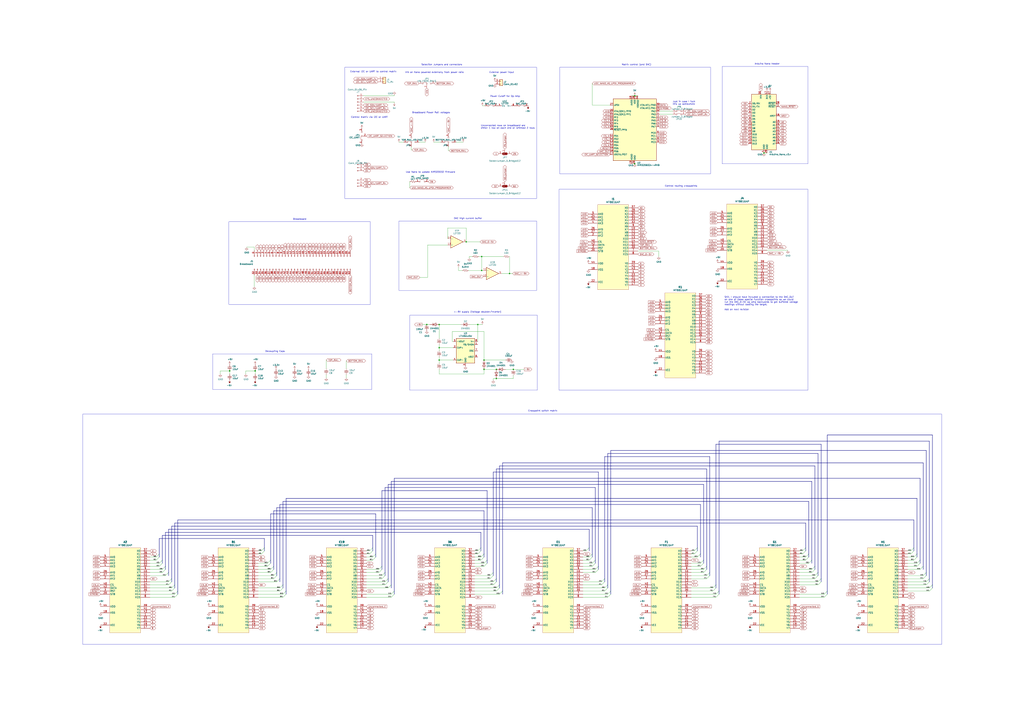
<source format=kicad_sch>
(kicad_sch (version 20221206) (generator eeschema)
  (paper "A1")
  (junction (at 395.605 210.82))
  (junction (at 397.51 295.91))
  (junction (at 521.335 78.74))
  (junction (at 627.38 125.73))
  (junction (at 395.605 222.25))
  (junction (at 188.595 304.8) (diameter 1.016))
  (junction (at 392.43 266.7))
  (junction (at 209.55 304.8) (diameter 1.016))
  (junction (at 421.64 303.53))
  (junction (at 360.68 295.91))
  (junction (at 407.67 311.15))
  (junction (at 360.68 266.7))
  (junction (at 350.52 266.7))
  (junction (at 382.905 198.755))
  (junction (at 360.68 285.75))
  (junction (at 418.465 224.79))
  (junction (at 407.67 303.53))
  (junction (at 397.51 303.53))
  (junction (at 521.335 134.62))
  (bus_entry (at 232.41 483.235) (size -2.54 2.54))
  (bus_entry (at 666.75 460.375) (size -2.54 2.54))
  (bus_entry (at 499.11 483.235) (size -2.54 2.54))
  (bus_entry (at 316.23 473.075) (size -2.54 2.54))
  (bus_entry (at 217.17 450.215) (size -2.54 2.54))
  (bus_entry (at 410.21 480.695) (size -2.54 2.54))
  (bus_entry (at 496.57 478.155) (size -2.54 2.54))
  (bus_entry (at 222.25 462.915) (size -2.54 2.54))
  (bus_entry (at 674.37 475.615) (size -2.54 2.54))
  (bus_entry (at 407.67 478.155) (size -2.54 2.54))
  (bus_entry (at 224.79 465.455) (size -2.54 2.54))
  (bus_entry (at 755.65 462.915) (size -2.54 2.54))
  (bus_entry (at 501.65 485.775) (size -2.54 2.54))
  (bus_entry (at 486.41 455.295) (size -2.54 2.54))
  (bus_entry (at 588.01 480.695) (size -2.54 2.54))
  (bus_entry (at 588.01 483.235) (size -2.54 2.54))
  (bus_entry (at 318.77 475.615) (size -2.54 2.54))
  (bus_entry (at 224.79 467.995) (size -2.54 2.54))
  (bus_entry (at 227.33 470.535) (size -2.54 2.54))
  (bus_entry (at 397.51 457.835) (size -2.54 2.54))
  (bus_entry (at 318.77 478.155) (size -2.54 2.54))
  (bus_entry (at 306.07 450.215) (size -2.54 2.54))
  (bus_entry (at 405.13 473.075) (size -2.54 2.54))
  (bus_entry (at 407.67 475.615) (size -2.54 2.54))
  (bus_entry (at 674.37 478.155) (size -2.54 2.54))
  (bus_entry (at 138.43 470.535) (size -2.54 2.54))
  (bus_entry (at 313.69 467.995) (size -2.54 2.54))
  (bus_entry (at 397.51 455.295) (size -2.54 2.54))
  (bus_entry (at 394.97 452.755) (size -2.54 2.54))
  (bus_entry (at 130.81 455.295) (size -2.54 2.54))
  (bus_entry (at 232.41 480.695) (size -2.54 2.54))
  (bus_entry (at 580.39 465.455) (size -2.54 2.54))
  (bus_entry (at 760.73 470.535) (size -2.54 2.54))
  (bus_entry (at 753.11 457.835) (size -2.54 2.54))
  (bus_entry (at 135.89 465.455) (size -2.54 2.54))
  (bus_entry (at 313.69 465.455) (size -2.54 2.54))
  (bus_entry (at 590.55 488.315) (size -2.54 2.54))
  (bus_entry (at 486.41 457.835) (size -2.54 2.54))
  (bus_entry (at 679.45 488.315) (size -2.54 2.54))
  (bus_entry (at 491.49 467.995) (size -2.54 2.54))
  (bus_entry (at 664.21 455.295) (size -2.54 2.54))
  (bus_entry (at 234.95 485.775) (size -2.54 2.54))
  (bus_entry (at 661.67 450.215) (size -2.54 2.54))
  (bus_entry (at 496.57 475.615) (size -2.54 2.54))
  (bus_entry (at 758.19 465.455) (size -2.54 2.54))
  (bus_entry (at 140.97 478.155) (size -2.54 2.54))
  (bus_entry (at 669.29 467.995) (size -2.54 2.54))
  (bus_entry (at 763.27 478.155) (size -2.54 2.54))
  (bus_entry (at 590.55 485.775) (size -2.54 2.54))
  (bus_entry (at 572.77 450.215) (size -2.54 2.54))
  (bus_entry (at 323.85 488.315) (size -2.54 2.54))
  (bus_entry (at 140.97 475.615) (size -2.54 2.54))
  (bus_entry (at 308.61 455.295) (size -2.54 2.54))
  (bus_entry (at 755.65 460.375) (size -2.54 2.54))
  (bus_entry (at 488.95 460.375) (size -2.54 2.54))
  (bus_entry (at 133.35 460.375) (size -2.54 2.54))
  (bus_entry (at 577.85 462.915) (size -2.54 2.54))
  (bus_entry (at 765.81 483.235) (size -2.54 2.54))
  (bus_entry (at 394.97 450.215) (size -2.54 2.54))
  (bus_entry (at 577.85 460.375) (size -2.54 2.54))
  (bus_entry (at 488.95 462.915) (size -2.54 2.54))
  (bus_entry (at 410.21 483.235) (size -2.54 2.54))
  (bus_entry (at 483.87 450.215) (size -2.54 2.54))
  (bus_entry (at 669.29 465.455) (size -2.54 2.54))
  (bus_entry (at 222.25 460.375) (size -2.54 2.54))
  (bus_entry (at 143.51 480.695) (size -2.54 2.54))
  (bus_entry (at 501.65 488.315) (size -2.54 2.54))
  (bus_entry (at 146.05 488.315) (size -2.54 2.54))
  (bus_entry (at 750.57 450.215) (size -2.54 2.54))
  (bus_entry (at 323.85 485.775) (size -2.54 2.54))
  (bus_entry (at 765.81 480.695) (size -2.54 2.54))
  (bus_entry (at 582.93 473.075) (size -2.54 2.54))
  (bus_entry (at 572.77 452.755) (size -2.54 2.54))
  (bus_entry (at 753.11 455.295) (size -2.54 2.54))
  (bus_entry (at 582.93 470.535) (size -2.54 2.54))
  (bus_entry (at 217.17 452.755) (size -2.54 2.54))
  (bus_entry (at 412.75 485.775) (size -2.54 2.54))
  (bus_entry (at 580.39 467.995) (size -2.54 2.54))
  (bus_entry (at 229.87 475.615) (size -2.54 2.54))
  (bus_entry (at 316.23 470.535) (size -2.54 2.54))
  (bus_entry (at 400.05 460.375) (size -2.54 2.54))
  (bus_entry (at 308.61 457.835) (size -2.54 2.54))
  (bus_entry (at 679.45 485.775) (size -2.54 2.54))
  (bus_entry (at 143.51 483.235) (size -2.54 2.54))
  (bus_entry (at 227.33 473.075) (size -2.54 2.54))
  (bus_entry (at 234.95 488.315) (size -2.54 2.54))
  (bus_entry (at 763.27 475.615) (size -2.54 2.54))
  (bus_entry (at 306.07 452.755) (size -2.54 2.54))
  (bus_entry (at 491.49 465.455) (size -2.54 2.54))
  (bus_entry (at 671.83 473.075) (size -2.54 2.54))
  (bus_entry (at 400.05 462.915) (size -2.54 2.54))
  (bus_entry (at 135.89 467.995) (size -2.54 2.54))
  (bus_entry (at 760.73 473.075) (size -2.54 2.54))
  (bus_entry (at 750.57 452.755) (size -2.54 2.54))
  (bus_entry (at 661.67 452.755) (size -2.54 2.54))
  (bus_entry (at 664.21 457.835) (size -2.54 2.54))
  (bus_entry (at 499.11 480.695) (size -2.54 2.54))
  (bus_entry (at 405.13 470.535) (size -2.54 2.54))
  (bus_entry (at 575.31 455.295) (size -2.54 2.54))
  (bus_entry (at 321.31 480.695) (size -2.54 2.54))
  (bus_entry (at 146.05 485.775) (size -2.54 2.54))
  (bus_entry (at 133.35 462.915) (size -2.54 2.54))
  (bus_entry (at 130.81 457.835) (size -2.54 2.54))
  (bus_entry (at 671.83 470.535) (size -2.54 2.54))
  (wire (pts (xy 371.475 272.415) (xy 371.475 280.67)))
  (bus (pts (xy 575.31 414.655) (xy 575.31 455.295)))
  (wire (pts (xy 567.69 452.755) (xy 570.23 452.755)))
  (bus (pts (xy 483.87 434.975) (xy 483.87 450.215)))
  (bus (pts (xy 486.41 417.195) (xy 486.41 455.295)))
  (wire (pts (xy 386.08 266.7) (xy 392.43 266.7)))
  (bus (pts (xy 407.67 385.445) (xy 407.67 475.615)))
  (wire (pts (xy 389.89 457.835) (xy 394.97 457.835)))
  (wire (pts (xy 384.81 222.25) (xy 395.605 222.25)))
  (wire (pts (xy 518.795 78.74) (xy 521.335 78.74)))
  (bus (pts (xy 130.81 442.595) (xy 217.17 442.595)))
  (bus (pts (xy 316.23 400.685) (xy 488.95 400.685)))
  (wire (pts (xy 356.235 116.84) (xy 361.95 116.84)))
  (bus (pts (xy 397.51 455.295) (xy 397.51 457.835)))
  (bus (pts (xy 394.97 450.215) (xy 394.97 452.755)))
  (wire (pts (xy 521.335 78.74) (xy 523.875 78.74)))
  (bus (pts (xy 313.69 403.225) (xy 400.05 403.225)))
  (wire (pts (xy 376.555 222.25) (xy 379.73 222.25)))
  (wire (pts (xy 351.155 227.965) (xy 344.805 227.965)))
  (bus (pts (xy 321.31 395.605) (xy 666.75 395.605)))
  (wire (pts (xy 380.365 116.84) (xy 374.65 116.84)))
  (wire (pts (xy 478.79 490.855) (xy 499.11 490.855)))
  (bus (pts (xy 130.81 442.595) (xy 130.81 455.295)))
  (bus (pts (xy 755.65 460.375) (xy 755.65 462.915)))
  (bus (pts (xy 582.93 470.535) (xy 582.93 473.075)))
  (wire (pts (xy 745.49 452.755) (xy 748.03 452.755)))
  (bus (pts (xy 306.07 450.215) (xy 306.07 452.755)))
  (wire (pts (xy 407.67 311.15) (xy 405.13 311.15)))
  (wire (pts (xy 745.49 462.915) (xy 753.11 462.915)))
  (bus (pts (xy 318.77 398.145) (xy 577.85 398.145)))
  (bus (pts (xy 491.49 387.985) (xy 491.49 465.455)))
  (bus (pts (xy 410.21 382.905) (xy 669.29 382.905)))
  (wire (pts (xy 300.99 452.755) (xy 303.53 452.755)))
  (wire (pts (xy 267.97 295.91) (xy 267.97 302.895)))
  (bus (pts (xy 143.51 429.895) (xy 143.51 480.695)))
  (wire (pts (xy 745.49 473.075) (xy 758.19 473.075)))
  (bus (pts (xy 588.01 365.125) (xy 674.37 365.125)))
  (wire (pts (xy 397.51 307.34) (xy 397.51 303.53)))
  (wire (pts (xy 360.68 285.75) (xy 360.68 283.21)))
  (wire (pts (xy 395.605 210.82) (xy 395.605 222.25)))
  (bus (pts (xy 666.75 395.605) (xy 666.75 460.375)))
  (wire (pts (xy 397.51 295.91) (xy 415.29 295.91)))
  (wire (pts (xy 395.605 210.82) (xy 393.065 210.82)))
  (wire (pts (xy 567.69 483.235) (xy 585.47 483.235)))
  (bus (pts (xy 679.45 357.505) (xy 679.45 485.775)))
  (wire (pts (xy 483.87 460.375) (xy 478.79 460.375)))
  (bus (pts (xy 661.67 450.215) (xy 661.67 452.755)))
  (wire (pts (xy 212.09 470.535) (xy 222.25 470.535)))
  (wire (pts (xy 656.59 467.995) (xy 666.75 467.995)))
  (wire (pts (xy 478.79 462.915) (xy 486.41 462.915)))
  (wire (pts (xy 209.55 304.8) (xy 201.93 304.8)))
  (wire (pts (xy 397.51 295.91) (xy 397.51 272.415)))
  (wire (pts (xy 389.89 462.915) (xy 397.51 462.915)))
  (bus (pts (xy 575.31 455.295) (xy 575.31 457.835)))
  (wire (pts (xy 541.655 91.44) (xy 552.45 91.44)))
  (wire (pts (xy 570.23 455.295) (xy 567.69 455.295)))
  (wire (pts (xy 180.975 304.8) (xy 180.975 307.34)))
  (bus (pts (xy 664.21 412.115) (xy 664.21 455.295)))
  (wire (pts (xy 349.25 116.84) (xy 344.17 116.84)))
  (wire (pts (xy 123.19 467.995) (xy 133.35 467.995)))
  (bus (pts (xy 577.85 460.375) (xy 577.85 462.915)))
  (wire (pts (xy 486.41 86.36) (xy 501.015 86.36)))
  (bus (pts (xy 133.35 440.055) (xy 306.07 440.055)))
  (wire (pts (xy 298.45 83.82) (xy 323.85 83.82)))
  (wire (pts (xy 389.89 475.615) (xy 402.59 475.615)))
  (bus (pts (xy 750.57 450.215) (xy 750.57 452.755)))
  (wire (pts (xy 478.79 467.995) (xy 488.95 467.995)))
  (wire (pts (xy 745.49 475.615) (xy 758.19 475.615)))
  (wire (pts (xy 367.665 201.295) (xy 351.155 201.295)))
  (bus (pts (xy 572.77 450.215) (xy 572.77 452.755)))
  (bus (pts (xy 496.57 475.615) (xy 496.57 478.155)))
  (bus (pts (xy 486.41 455.295) (xy 486.41 457.835)))
  (wire (pts (xy 123.19 490.855) (xy 143.51 490.855)))
  (bus (pts (xy 674.37 365.125) (xy 674.37 475.615)))
  (wire (pts (xy 202.565 203.2) (xy 208.915 203.2)))
  (wire (pts (xy 745.49 467.995) (xy 755.65 467.995)))
  (bus (pts (xy 234.95 485.775) (xy 234.95 488.315)))
  (wire (pts (xy 389.89 483.235) (xy 407.67 483.235)))
  (wire (pts (xy 397.51 303.53) (xy 407.67 303.53)))
  (wire (pts (xy 382.905 198.755) (xy 382.905 187.325)))
  (wire (pts (xy 367.665 187.325) (xy 382.905 187.325)))
  (wire (pts (xy 123.19 470.535) (xy 133.35 470.535)))
  (bus (pts (xy 763.27 362.585) (xy 763.27 475.615)))
  (wire (pts (xy 567.69 488.315) (xy 588.01 488.315)))
  (wire (pts (xy 300.99 470.535) (xy 311.15 470.535)))
  (wire (pts (xy 123.19 462.915) (xy 130.81 462.915)))
  (wire (pts (xy 418.465 224.79) (xy 421.005 224.79)))
  (wire (pts (xy 350.52 266.7) (xy 346.71 266.7)))
  (bus (pts (xy 572.77 432.435) (xy 572.77 450.215)))
  (wire (pts (xy 306.07 460.375) (xy 300.99 460.375)))
  (bus (pts (xy 224.79 419.735) (xy 397.51 419.735)))
  (wire (pts (xy 267.97 310.515) (xy 267.97 307.975)))
  (bus (pts (xy 590.55 362.585) (xy 763.27 362.585)))
  (bus (pts (xy 323.85 393.065) (xy 755.65 393.065)))
  (wire (pts (xy 350.52 266.7) (xy 353.06 266.7)))
  (wire (pts (xy 478.79 465.455) (xy 486.41 465.455)))
  (bus (pts (xy 308.61 422.275) (xy 308.61 455.295)))
  (bus (pts (xy 499.11 372.745) (xy 499.11 480.695)))
  (bus (pts (xy 412.75 380.365) (xy 412.75 485.775)))
  (bus (pts (xy 130.81 455.295) (xy 130.81 457.835)))
  (wire (pts (xy 351.155 201.295) (xy 351.155 227.965)))
  (bus (pts (xy 318.77 475.615) (xy 318.77 478.155)))
  (wire (pts (xy 656.59 457.835) (xy 661.67 457.835)))
  (wire (pts (xy 541.02 206.375) (xy 541.02 210.82)))
  (wire (pts (xy 284.48 296.545) (xy 284.48 302.895)))
  (bus (pts (xy 760.73 470.535) (xy 760.73 473.075)))
  (bus (pts (xy 671.83 372.745) (xy 671.83 470.535)))
  (bus (pts (xy 224.79 419.735) (xy 224.79 465.455)))
  (bus (pts (xy 140.97 432.435) (xy 140.97 475.615)))
  (bus (pts (xy 394.97 437.515) (xy 394.97 450.215)))
  (wire (pts (xy 405.13 311.15) (xy 405.13 312.42)))
  (wire (pts (xy 486.41 68.58) (xy 486.41 86.36)))
  (wire (pts (xy 323.85 78.74) (xy 298.45 78.74)))
  (wire (pts (xy 212.09 490.855) (xy 232.41 490.855)))
  (bus (pts (xy 580.39 465.455) (xy 580.39 467.995)))
  (wire (pts (xy 389.89 488.315) (xy 410.21 488.315)))
  (wire (pts (xy 123.19 480.695) (xy 138.43 480.695)))
  (wire (pts (xy 656.59 488.315) (xy 676.91 488.315)))
  (wire (pts (xy 208.915 203.2) (xy 208.915 205.74)))
  (bus (pts (xy 316.23 470.535) (xy 316.23 473.075)))
  (bus (pts (xy 590.55 485.775) (xy 590.55 488.315)))
  (bus (pts (xy 669.29 465.455) (xy 669.29 467.995)))
  (bus (pts (xy 133.35 460.375) (xy 133.35 462.915)))
  (bus (pts (xy 227.33 417.195) (xy 486.41 417.195)))
  (bus (pts (xy 483.87 450.215) (xy 483.87 452.755)))
  (bus (pts (xy 217.17 442.595) (xy 217.17 450.215)))
  (bus (pts (xy 143.51 429.895) (xy 661.67 429.895)))
  (wire (pts (xy 392.43 455.295) (xy 389.89 455.295)))
  (wire (pts (xy 418.465 224.79) (xy 412.115 224.79)))
  (bus (pts (xy 412.75 485.775) (xy 412.75 488.315)))
  (bus (pts (xy 227.33 417.195) (xy 227.33 470.535)))
  (wire (pts (xy 523.875 206.375) (xy 541.02 206.375)))
  (wire (pts (xy 212.09 462.915) (xy 219.71 462.915)))
  (wire (pts (xy 368.3 123.825) (xy 368.935 123.825)))
  (wire (pts (xy 360.68 288.29) (xy 360.68 285.75)))
  (bus (pts (xy 135.89 465.455) (xy 135.89 467.995)))
  (wire (pts (xy 300.99 467.995) (xy 311.15 467.995)))
  (wire (pts (xy 372.11 295.91) (xy 360.68 295.91)))
  (bus (pts (xy 217.17 450.215) (xy 217.17 452.755)))
  (bus (pts (xy 765.81 357.505) (xy 765.81 480.695)))
  (bus (pts (xy 410.21 382.905) (xy 410.21 480.695)))
  (wire (pts (xy 208.915 226.06) (xy 208.915 235.585)))
  (wire (pts (xy 567.69 490.855) (xy 588.01 490.855)))
  (wire (pts (xy 656.59 452.755) (xy 659.13 452.755)))
  (wire (pts (xy 748.03 455.295) (xy 745.49 455.295)))
  (wire (pts (xy 360.68 266.7) (xy 378.46 266.7)))
  (wire (pts (xy 478.79 470.535) (xy 488.95 470.535)))
  (bus (pts (xy 306.07 440.055) (xy 306.07 450.215)))
  (wire (pts (xy 123.19 488.315) (xy 143.51 488.315)))
  (wire (pts (xy 397.51 272.415) (xy 371.475 272.415)))
  (wire (pts (xy 371.475 280.67) (xy 372.11 280.67)))
  (wire (pts (xy 209.55 304.8) (xy 209.55 307.34)))
  (bus (pts (xy 580.39 385.445) (xy 580.39 465.455)))
  (wire (pts (xy 201.93 304.8) (xy 201.93 307.34)))
  (bus (pts (xy 146.05 427.355) (xy 146.05 485.775)))
  (bus (pts (xy 410.21 480.695) (xy 410.21 483.235)))
  (bus (pts (xy 755.65 393.065) (xy 755.65 460.375)))
  (bus (pts (xy 491.49 465.455) (xy 491.49 467.995)))
  (wire (pts (xy 394.97 460.375) (xy 389.89 460.375)))
  (wire (pts (xy 415.29 303.53) (xy 421.64 303.53)))
  (wire (pts (xy 300.99 488.315) (xy 321.31 488.315)))
  (wire (pts (xy 421.64 303.53) (xy 430.53 303.53)))
  (bus (pts (xy 577.85 398.145) (xy 577.85 460.375)))
  (wire (pts (xy 392.43 266.7) (xy 392.43 280.67)))
  (wire (pts (xy 212.09 475.615) (xy 224.79 475.615)))
  (wire (pts (xy 567.69 462.915) (xy 575.31 462.915)))
  (wire (pts (xy 123.19 465.455) (xy 130.81 465.455)))
  (bus (pts (xy 661.67 429.895) (xy 661.67 450.215)))
  (wire (pts (xy 212.09 465.455) (xy 219.71 465.455)))
  (bus (pts (xy 138.43 434.975) (xy 483.87 434.975)))
  (wire (pts (xy 300.99 480.695) (xy 316.23 480.695)))
  (wire (pts (xy 478.79 480.695) (xy 494.03 480.695)))
  (wire (pts (xy 656.59 470.535) (xy 666.75 470.535)))
  (wire (pts (xy 300.99 478.155) (xy 316.23 478.155)))
  (bus (pts (xy 400.05 403.225) (xy 400.05 460.375)))
  (bus (pts (xy 143.51 480.695) (xy 143.51 483.235)))
  (bus (pts (xy 234.95 409.575) (xy 753.11 409.575)))
  (wire (pts (xy 212.09 485.775) (xy 229.87 485.775)))
  (bus (pts (xy 232.41 480.695) (xy 232.41 483.235)))
  (wire (pts (xy 518.795 134.62) (xy 521.335 134.62)))
  (bus (pts (xy 407.67 475.615) (xy 407.67 478.155)))
  (wire (pts (xy 212.09 488.315) (xy 232.41 488.315)))
  (wire (pts (xy 656.59 490.855) (xy 676.91 490.855)))
  (bus (pts (xy 135.89 437.515) (xy 394.97 437.515)))
  (bus (pts (xy 133.35 440.055) (xy 133.35 460.375)))
  (wire (pts (xy 327.66 116.84) (xy 331.47 116.84)))
  (bus (pts (xy 499.11 372.745) (xy 671.83 372.745)))
  (wire (pts (xy 123.19 473.075) (xy 135.89 473.075)))
  (bus (pts (xy 679.45 357.505) (xy 765.81 357.505)))
  (wire (pts (xy 360.68 303.53) (xy 360.68 307.34)))
  (bus (pts (xy 313.69 403.225) (xy 313.69 465.455)))
  (bus (pts (xy 146.05 427.355) (xy 750.57 427.355)))
  (bus (pts (xy 501.65 485.775) (xy 501.65 488.315)))
  (bus (pts (xy 590.55 362.585) (xy 590.55 485.775)))
  (bus (pts (xy 588.01 480.695) (xy 588.01 483.235)))
  (wire (pts (xy 395.605 210.82) (xy 413.385 210.82)))
  (wire (pts (xy 478.79 478.155) (xy 494.03 478.155)))
  (wire (pts (xy 389.89 478.155) (xy 405.13 478.155)))
  (wire (pts (xy 123.19 485.775) (xy 140.97 485.775)))
  (bus (pts (xy 229.87 414.655) (xy 229.87 475.615)))
  (bus (pts (xy 488.95 460.375) (xy 488.95 462.915)))
  (wire (pts (xy 656.59 480.695) (xy 671.83 480.695)))
  (wire (pts (xy 392.43 266.7) (xy 396.24 266.7)))
  (wire (pts (xy 360.68 295.91) (xy 360.68 298.45)))
  (bus (pts (xy 229.87 475.615) (xy 229.87 478.155)))
  (wire (pts (xy 541.655 93.98) (xy 552.45 93.98)))
  (bus (pts (xy 750.57 427.355) (xy 750.57 450.215)))
  (wire (pts (xy 300.99 475.615) (xy 313.69 475.615)))
  (bus (pts (xy 321.31 480.695) (xy 321.31 483.235)))
  (bus (pts (xy 313.69 465.455) (xy 313.69 467.995)))
  (bus (pts (xy 753.11 455.295) (xy 753.11 457.835)))
  (bus (pts (xy 760.73 370.205) (xy 760.73 470.535)))
  (wire (pts (xy 123.19 478.155) (xy 138.43 478.155)))
  (bus (pts (xy 318.77 398.145) (xy 318.77 475.615)))
  (wire (pts (xy 567.69 485.775) (xy 585.47 485.775)))
  (bus (pts (xy 224.79 465.455) (xy 224.79 467.995)))
  (wire (pts (xy 385.445 210.82) (xy 385.445 212.09)))
  (wire (pts (xy 123.19 457.835) (xy 128.27 457.835)))
  (wire (pts (xy 323.85 83.82) (xy 323.85 84.455)))
  (wire (pts (xy 478.79 485.775) (xy 496.57 485.775)))
  (bus (pts (xy 135.89 437.515) (xy 135.89 465.455)))
  (wire (pts (xy 360.68 307.34) (xy 397.51 307.34)))
  (wire (pts (xy 367.665 187.325) (xy 367.665 196.215)))
  (bus (pts (xy 501.65 370.205) (xy 760.73 370.205)))
  (wire (pts (xy 300.99 483.235) (xy 318.77 483.235)))
  (wire (pts (xy 212.09 473.075) (xy 224.79 473.075)))
  (wire (pts (xy 745.49 465.455) (xy 753.11 465.455)))
  (bus (pts (xy 405.13 387.985) (xy 491.49 387.985)))
  (wire (pts (xy 389.89 465.455) (xy 397.51 465.455)))
  (wire (pts (xy 418.465 210.82) (xy 418.465 224.79)))
  (wire (pts (xy 396.24 86.995) (xy 398.145 86.995)))
  (wire (pts (xy 478.79 452.755) (xy 481.33 452.755)))
  (bus (pts (xy 758.19 465.455) (xy 758.19 467.995)))
  (wire (pts (xy 212.09 467.995) (xy 222.25 467.995)))
  (wire (pts (xy 337.82 123.19) (xy 338.455 123.19)))
  (wire (pts (xy 303.53 455.295) (xy 300.99 455.295)))
  (bus (pts (xy 666.75 460.375) (xy 666.75 462.915)))
  (bus (pts (xy 405.13 470.535) (xy 405.13 473.075)))
  (wire (pts (xy 745.49 480.695) (xy 760.73 480.695)))
  (wire (pts (xy 300.99 490.855) (xy 321.31 490.855)))
  (wire (pts (xy 567.69 457.835) (xy 572.77 457.835)))
  (wire (pts (xy 395.605 222.25) (xy 396.875 222.25)))
  (bus (pts (xy 572.77 432.435) (xy 140.97 432.435)))
  (wire (pts (xy 421.64 311.15) (xy 407.67 311.15)))
  (wire (pts (xy 214.63 455.295) (xy 212.09 455.295)))
  (bus (pts (xy 232.41 412.115) (xy 664.21 412.115)))
  (wire (pts (xy 300.99 457.835) (xy 306.07 457.835)))
  (wire (pts (xy 336.55 149.225) (xy 336.55 154.305)))
  (bus (pts (xy 499.11 480.695) (xy 499.11 483.235)))
  (wire (pts (xy 567.69 467.995) (xy 577.85 467.995)))
  (bus (pts (xy 407.67 385.445) (xy 580.39 385.445)))
  (bus (pts (xy 323.85 393.065) (xy 323.85 485.775)))
  (bus (pts (xy 758.19 380.365) (xy 758.19 465.455)))
  (bus (pts (xy 496.57 375.285) (xy 582.93 375.285)))
  (wire (pts (xy 656.59 478.155) (xy 671.83 478.155)))
  (bus (pts (xy 501.65 370.205) (xy 501.65 485.775)))
  (wire (pts (xy 629.92 205.74) (xy 647.065 205.74)))
  (bus (pts (xy 753.11 409.575) (xy 753.11 455.295)))
  (wire (pts (xy 567.69 473.075) (xy 580.39 473.075)))
  (wire (pts (xy 284.48 307.975) (xy 284.48 310.515)))
  (bus (pts (xy 588.01 365.125) (xy 588.01 480.695)))
  (wire (pts (xy 567.69 475.615) (xy 580.39 475.615)))
  (wire (pts (xy 389.89 485.775) (xy 407.67 485.775)))
  (bus (pts (xy 671.83 470.535) (xy 671.83 473.075)))
  (wire (pts (xy 212.09 478.155) (xy 227.33 478.155)))
  (wire (pts (xy 382.905 198.755) (xy 394.335 198.755)))
  (wire (pts (xy 478.79 457.835) (xy 483.87 457.835)))
  (wire (pts (xy 478.79 488.315) (xy 499.11 488.315)))
  (bus (pts (xy 229.87 414.655) (xy 575.31 414.655)))
  (wire (pts (xy 212.09 483.235) (xy 229.87 483.235)))
  (wire (pts (xy 567.69 465.455) (xy 575.31 465.455)))
  (bus (pts (xy 412.75 380.365) (xy 758.19 380.365)))
  (bus (pts (xy 138.43 434.975) (xy 138.43 470.535)))
  (wire (pts (xy 387.985 210.82) (xy 385.445 210.82)))
  (bus (pts (xy 308.61 455.295) (xy 308.61 457.835)))
  (wire (pts (xy 478.79 483.235) (xy 496.57 483.235)))
  (wire (pts (xy 300.99 473.075) (xy 313.69 473.075)))
  (bus (pts (xy 674.37 475.615) (xy 674.37 478.155)))
  (bus (pts (xy 222.25 460.375) (xy 222.25 462.915)))
  (bus (pts (xy 664.21 455.295) (xy 664.21 457.835)))
  (wire (pts (xy 745.49 483.235) (xy 763.27 483.235)))
  (bus (pts (xy 222.25 422.275) (xy 222.25 460.375)))
  (bus (pts (xy 669.29 382.905) (xy 669.29 465.455)))
  (bus (pts (xy 496.57 375.285) (xy 496.57 475.615)))
  (bus (pts (xy 227.33 470.535) (xy 227.33 473.075)))
  (wire (pts (xy 745.49 457.835) (xy 750.57 457.835)))
  (wire (pts (xy 656.59 473.075) (xy 669.29 473.075)))
  (bus (pts (xy 763.27 475.615) (xy 763.27 478.155)))
  (wire (pts (xy 567.69 470.535) (xy 577.85 470.535)))
  (wire (pts (xy 376.555 219.71) (xy 376.555 222.25)))
  (bus (pts (xy 582.93 375.285) (xy 582.93 470.535)))
  (bus (pts (xy 222.25 422.275) (xy 308.61 422.275)))
  (wire (pts (xy 389.89 480.695) (xy 405.13 480.695)))
  (wire (pts (xy 661.67 460.375) (xy 656.59 460.375)))
  (bus (pts (xy 765.81 480.695) (xy 765.81 483.235)))
  (bus (pts (xy 146.05 485.775) (xy 146.05 488.315)))
  (wire (pts (xy 337.82 120.65) (xy 337.82 123.19)))
  (bus (pts (xy 488.95 400.685) (xy 488.95 460.375)))
  (wire (pts (xy 123.19 483.235) (xy 140.97 483.235)))
  (bus (pts (xy 140.97 475.615) (xy 140.97 478.155)))
  (wire (pts (xy 389.89 452.755) (xy 392.43 452.755)))
  (bus (pts (xy 323.85 485.775) (xy 323.85 488.315)))
  (bus (pts (xy 400.05 460.375) (xy 400.05 462.915)))
  (wire (pts (xy 188.595 304.8) (xy 180.975 304.8)))
  (wire (pts (xy 323.85 78.74) (xy 323.85 78.105)))
  (wire (pts (xy 368.3 120.65) (xy 368.3 123.825)))
  (wire (pts (xy 627.38 125.73) (xy 629.92 125.73)))
  (wire (pts (xy 745.49 478.155) (xy 760.73 478.155)))
  (bus (pts (xy 405.13 387.985) (xy 405.13 470.535)))
  (wire (pts (xy 656.59 462.915) (xy 664.21 462.915)))
  (bus (pts (xy 321.31 395.605) (xy 321.31 480.695)))
  (wire (pts (xy 659.13 455.295) (xy 656.59 455.295)))
  (wire (pts (xy 389.89 473.075) (xy 402.59 473.075)))
  (bus (pts (xy 234.95 409.575) (xy 234.95 485.775)))
  (bus (pts (xy 232.41 412.115) (xy 232.41 480.695)))
  (bus (pts (xy 679.45 485.775) (xy 679.45 488.315)))
  (wire (pts (xy 360.68 293.37) (xy 360.68 295.91)))
  (wire (pts (xy 421.64 308.61) (xy 421.64 311.15)))
  (bus (pts (xy 316.23 400.685) (xy 316.23 470.535)))
  (wire (pts (xy 128.27 460.375) (xy 123.19 460.375)))
  (wire (pts (xy 745.49 485.775) (xy 763.27 485.775)))
  (wire (pts (xy 750.57 460.375) (xy 745.49 460.375)))
  (wire (pts (xy 188.595 304.8) (xy 188.595 307.34)))
  (wire (pts (xy 372.11 285.75) (xy 360.68 285.75)))
  (wire (pts (xy 656.59 475.615) (xy 669.29 475.615)))
  (bus (pts (xy 397.51 419.735) (xy 397.51 455.295)))
  (bus (pts (xy 138.43 470.535) (xy 138.43 473.075)))
  (wire (pts (xy 212.09 452.755) (xy 214.63 452.755)))
  (wire (pts (xy 360.68 278.13) (xy 360.68 266.7)))
  (rectangle (start 67.945 340.36) (end 773.43 529.59))
  (rectangle (start 187.96 182.245) (end 304.165 250.19))
  (rectangle (start 593.09 54.61) (end 663.575 134.62))
  (rectangle (start 327.66 181.61) (end 440.69 238.76))
  (rectangle (start 336.55 259.08) (end 441.325 320.675))
  (rectangle (start 174.625 290.83) (end 305.435 320.04))
  (rectangle (start 459.74 55.245) (end 583.565 142.875))
  (rectangle (start 283.21 55.245) (end 440.69 163.195))
  (rectangle (start 459.105 155.575) (end 663.575 320.675))
  (text "Unconnected rows on breadboard are\neither 1 row on each end or leftmost 2 rows" (at 394.97 106.045 0) (effects (font (size 1.27 1.27)) (justify left bottom)))
  (text "DAC high current buffer" (at 372.745 180.34 0) (effects (font (size 1.27 1.27)) (justify left bottom)))
  (text "Arduino Nano Header" (at 619.76 53.34 0) (effects (font (size 1.27 1.27)) (justify left bottom)))
  (text "Crosspoint switch matrix" (at 433.705 338.455 0) (effects (font (size 1.27 1.27)) (justify left bottom)))
  (text "Shit, I should have included a connection to the DAC_OUT\non one of these special function crosspoints so we could \nrun the DAC_0-5V op amp backwards to get buffered voltage\nreadings without loading the target.\n\nAdd on next revision" (at 594.995 255.27 0) (effects (font (size 1.27 1.27)) (justify left bottom)))
  (text "VIN on Nano powered externally from power rails" (at 332.74 60.325 0) (effects (font (size 1.27 1.27)) (justify left bottom)))
  (text "Breadboard" (at 240.665 180.975 0) (effects (font (size 1.27 1.27)) (justify left bottom)))
  (text "+-9V supply (Voltage doubler/inverter)" (at 372.745 257.175 0) (effects (font (size 1.27 1.27)) (justify left bottom)))
  (text "Control routing crosspoints" (at 546.1 153.67 0) (effects (font (size 1.27 1.27)) (justify left bottom)))
  (text "Control matrix via I2C or UART" (at 288.29 97.155 0) (effects (font (size 1.27 1.27)) (justify left bottom)))
  (text "Power Cutoff for Op Amp" (at 402.59 80.01 0) (effects (font (size 1.27 1.27)) (justify left bottom)))
  (text "Just in case I fuck \nthis up somewhere" (at 552.45 86.36 0) (effects (font (size 1.27 1.27)) (justify left bottom)))
  (text "External I2C or UART to control matrix" (at 287.655 59.69 0) (effects (font (size 1.27 1.27)) (justify left bottom)))
  (text "Use Nano to update AVR32DD32 firmware" (at 333.375 142.24 0) (effects (font (size 1.27 1.27)) (justify left bottom)))
  (text "Matrix control (and DAC)" (at 510.54 53.975 0) (effects (font (size 1.27 1.27)) (justify left bottom)))
  (text "External power input" (at 401.955 60.325 0) (effects (font (size 1.27 1.27)) (justify left bottom)))
  (text "Decoupling Caps" (at 217.805 289.56 0) (effects (font (size 1.27 1.27)) (justify left bottom)))
  (text "Selection Jumpers and connectors" (at 346.075 53.975 0) (effects (font (size 1.27 1.27)) (justify left bottom)))
  (text "Breadboard Power Rail voltages" (at 338.455 93.345 0) (effects (font (size 1.27 1.27)) (justify left bottom)))
  (label "AG1" (at 659.13 455.295 180) (effects (font (size 0.762 0.762))))
  (label "BG1" (at 661.67 460.375 180) (effects (font (size 0.762 0.762))))
  (label "DG0" (at 407.67 483.235 180) (effects (font (size 0.762 0.762))))
  (label "GH0" (at 763.27 483.235 180) (effects (font (size 0.762 0.762))))
  (label "BF0" (at 572.77 457.835 180) (effects (font (size 0.762 0.762))))
  (label "AH1" (at 748.03 455.295 180) (effects (font (size 0.762 0.762))))
  (label "EG1" (at 496.57 485.775 180) (effects (font (size 0.762 0.762))))
  (label "BE1" (at 483.87 460.375 180) (effects (font (size 0.762 0.762))))
  (label "DG1" (at 407.67 485.775 180) (effects (font (size 0.762 0.762))))
  (label "DF0" (at 405.13 478.155 180) (effects (font (size 0.762 0.762))))
  (label "BH0" (at 750.57 457.835 180) (effects (font (size 0.762 0.762))))
  (label "AC1" (at 130.81 465.455 180) (effects (font (size 0.762 0.762))))
  (label "FG1" (at 585.47 485.775 180) (effects (font (size 0.762 0.762))))
  (label "AG1" (at 140.97 485.775 180) (effects (font (size 0.762 0.762))))
  (label "CE1" (at 313.69 475.615 180) (effects (font (size 0.762 0.762))))
  (label "GH0" (at 676.91 488.315 180) (effects (font (size 0.762 0.762))))
  (label "DE0" (at 488.95 467.995 180) (effects (font (size 0.762 0.762))))
  (label "CH1" (at 321.31 490.855 180) (effects (font (size 0.762 0.762))))
  (label "EG0" (at 496.57 483.235 180) (effects (font (size 0.762 0.762))))
  (label "BC1" (at 306.07 460.375 180) (effects (font (size 0.762 0.762))))
  (label "CE1" (at 486.41 465.455 180) (effects (font (size 0.762 0.762))))
  (label "DH0" (at 410.21 488.315 180) (effects (font (size 0.762 0.762))))
  (label "AF1" (at 138.43 480.695 180) (effects (font (size 0.762 0.762))))
  (label "DE1" (at 488.95 470.535 180) (effects (font (size 0.762 0.762))))
  (label "EG0" (at 669.29 473.075 180) (effects (font (size 0.762 0.762))))
  (label "BG0" (at 661.67 457.835 180) (effects (font (size 0.762 0.762))))
  (label "DF1" (at 577.85 470.535 180) (effects (font (size 0.762 0.762))))
  (label "CD1" (at 397.51 465.455 180) (effects (font (size 0.762 0.762))))
  (label "AE0" (at 135.89 473.075 180) (effects (font (size 0.762 0.762))))
  (label "EF0" (at 580.39 473.075 180) (effects (font (size 0.762 0.762))))
  (label "BD1" (at 222.25 470.535 180) (effects (font (size 0.762 0.762))))
  (label "BH1" (at 232.41 490.855 180) (effects (font (size 0.762 0.762))))
  (label "BG0" (at 229.87 483.235 180) (effects (font (size 0.762 0.762))))
  (label "BH1" (at 750.57 460.375 180) (effects (font (size 0.762 0.762))))
  (label "EF1" (at 580.39 475.615 180) (effects (font (size 0.762 0.762))))
  (label "FH0" (at 588.01 488.315 180) (effects (font (size 0.762 0.762))))
  (label "BE1" (at 224.79 475.615 180) (effects (font (size 0.762 0.762))))
  (label "BC0" (at 219.71 462.915 180) (effects (font (size 0.762 0.762))))
  (label "BH0" (at 232.41 488.315 180) (effects (font (size 0.762 0.762))))
  (label "BG1" (at 229.87 485.775 180) (effects (font (size 0.762 0.762))))
  (label "CH0" (at 321.31 488.315 180) (effects (font (size 0.762 0.762))))
  (label "AD1" (at 133.35 470.535 180) (effects (font (size 0.762 0.762))))
  (label "CD0" (at 311.15 467.995 180) (effects (font (size 0.762 0.762))))
  (label "FH1" (at 588.01 490.855 180) (effects (font (size 0.762 0.762))))
  (label "CF1" (at 316.23 480.695 180) (effects (font (size 0.762 0.762))))
  (label "EF0" (at 494.03 478.155 180) (effects (font (size 0.762 0.762))))
  (label "FG1" (at 671.83 480.695 180) (effects (font (size 0.762 0.762))))
  (label "CF0" (at 316.23 478.155 180) (effects (font (size 0.762 0.762))))
  (label "AG0" (at 140.97 483.235 180) (effects (font (size 0.762 0.762))))
  (label "AH0" (at 748.03 452.755 180) (effects (font (size 0.762 0.762))))
  (label "AB1" (at 214.63 455.295 180) (effects (font (size 0.762 0.762))))
  (label "AC1" (at 303.53 455.295 180) (effects (font (size 0.762 0.762))))
  (label "AH1" (at 143.51 490.855 180) (effects (font (size 0.762 0.762))))
  (label "EH1" (at 499.11 490.855 180) (effects (font (size 0.762 0.762))))
  (label "CD1" (at 311.15 470.535 180) (effects (font (size 0.762 0.762))))
  (label "EH0" (at 758.19 473.075 180) (effects (font (size 0.762 0.762))))
  (label "AF0" (at 570.23 452.755 180) (effects (font (size 0.762 0.762))))
  (label "FH0" (at 760.73 478.155 180) (effects (font (size 0.762 0.762))))
  (label "BE0" (at 483.87 457.835 180) (effects (font (size 0.762 0.762))))
  (label "EH1" (at 758.19 475.615 180) (effects (font (size 0.762 0.762))))
  (label "DH0" (at 755.65 467.995 180) (effects (font (size 0.762 0.762))))
  (label "FH1" (at 760.73 480.695 180) (effects (font (size 0.762 0.762))))
  (label "AF0" (at 138.43 478.155 180) (effects (font (size 0.762 0.762))))
  (label "AB1" (at 128.27 460.375 180) (effects (font (size 0.762 0.762))))
  (label "FG0" (at 585.47 483.235 180) (effects (font (size 0.762 0.762))))
  (label "BD0" (at 394.97 457.835 180) (effects (font (size 0.762 0.762))))
  (label "BC0" (at 306.07 457.835 180) (effects (font (size 0.762 0.762))))
  (label "CG0" (at 318.77 483.235 180) (effects (font (size 0.762 0.762))))
  (label "FG0" (at 671.83 478.155 180) (effects (font (size 0.762 0.762))))
  (label "EG1" (at 669.29 475.615 180) (effects (font (size 0.762 0.762))))
  (label "DG1" (at 666.75 470.535 180) (effects (font (size 0.762 0.762))))
  (label "AD0" (at 133.35 467.995 180) (effects (font (size 0.762 0.762))))
  (label "DG0" (at 666.75 467.995 180) (effects (font (size 0.762 0.762))))
  (label "CH0" (at 753.11 462.915 180) (effects (font (size 0.762 0.762))))
  (label "CG0" (at 664.21 462.915 180) (effects (font (size 0.762 0.762))))
  (label "DF1" (at 405.13 480.695 180) (effects (font (size 0.762 0.762))))
  (label "CH1" (at 753.11 465.455 180) (effects (font (size 0.762 0.762))))
  (label "BC1" (at 219.71 465.455 180) (effects (font (size 0.762 0.762))))
  (label "EH0" (at 499.11 488.315 180) (effects (font (size 0.762 0.762))))
  (label "EF1" (at 494.03 480.695 180) (effects (font (size 0.762 0.762))))
  (label "BD1" (at 394.97 460.375 180) (effects (font (size 0.762 0.762))))
  (label "BF0" (at 227.33 478.155 180) (effects (font (size 0.762 0.762))))
  (label "AH0" (at 143.51 488.315 180) (effects (font (size 0.762 0.762))))
  (label "AE0" (at 481.33 452.755 180) (effects (font (size 0.762 0.762))))
  (label "AG0" (at 659.13 452.755 180) (effects (font (size 0.762 0.762))))
  (label "CE0" (at 486.41 462.915 180) (effects (font (size 0.762 0.762))))
  (label "DE0" (at 402.59 473.075 180) (effects (font (size 0.762 0.762))))
  (label "GH1" (at 763.27 485.775 180) (effects (font (size 0.762 0.762))))
  (label "CE0" (at 313.69 473.075 180) (effects (font (size 0.762 0.762))))
  (label "AB0" (at 214.63 452.755 180) (effects (font (size 0.762 0.762))))
  (label "CF0" (at 575.31 462.915 180) (effects (font (size 0.762 0.762))))
  (label "AB0" (at 128.27 457.835 180) (effects (font (size 0.762 0.762))))
  (label "CF1" (at 575.31 465.455 180) (effects (font (size 0.762 0.762))))
  (label "AC0" (at 130.81 462.915 180) (effects (font (size 0.762 0.762))))
  (label "AF1" (at 570.23 455.295 180) (effects (font (size 0.762 0.762))))
  (label "AC0" (at 303.53 452.755 180) (effects (font (size 0.762 0.762))))
  (label "DF0" (at 577.85 467.995 180) (effects (font (size 0.762 0.762))))
  (label "DE1" (at 402.59 475.615 180) (effects (font (size 0.762 0.762))))
  (label "CD0" (at 397.51 462.915 180) (effects (font (size 0.762 0.762))))
  (label "GH1" (at 676.91 490.855 180) (effects (font (size 0.762 0.762))))
  (label "BE0" (at 224.79 473.075 180) (effects (font (size 0.762 0.762))))
  (label "AD1" (at 392.43 455.295 180) (effects (font (size 0.762 0.762))))
  (label "AD0" (at 392.43 452.755 180) (effects (font (size 0.762 0.762))))
  (label "BD0" (at 222.25 467.995 180) (effects (font (size 0.762 0.762))))
  (global_label "14" (shape bidirectional) (at 212.09 513.715 0) (property "Intersheetrefs" "${INTERSHEET_REFS}" (effects hide)))
  (global_label "BJ" (shape bidirectional) (at 629.92 218.44 0) (property "Intersheetrefs" "${INTERSHEET_REFS}" (effects hide)))
  (global_label "CI" (shape bidirectional) (at 523.875 221.615 0) (property "Intersheetrefs" "${INTERSHEET_REFS}" (effects hide)))
  (global_label "CS_G" (shape input) (at 615.95 480.695 180) (property "Intersheetrefs" "${INTERSHEET_REFS}" (effects hide)))
  (global_label "AY0" (shape input) (at 615.95 470.535 180) (property "Intersheetrefs" "${INTERSHEET_REFS}" (effects hide)))
  (global_label "AX3" (shape input) (at 615.95 465.455 180) (property "Intersheetrefs" "${INTERSHEET_REFS}" (effects hide)))
  (global_label "5" (shape bidirectional) (at 123.19 508.635 0) (property "Intersheetrefs" "${INTERSHEET_REFS}" (effects hide)))
  (global_label "29_jumper" (shape bidirectional) (at 414.655 122.555 90) (property "Intersheetrefs" "${INTERSHEET_REFS}" (effects hide)))
  (global_label "AX0" (shape input) (at 349.25 457.835 180) (property "Intersheetrefs" "${INTERSHEET_REFS}" (effects hide)))
  (global_label "A6" (shape bidirectional) (at 579.12 258.445 0) (property "Intersheetrefs" "${INTERSHEET_REFS}" (effects hide)))
  (global_label "D11" (shape bidirectional) (at 614.68 113.03 180) (property "Intersheetrefs" "${INTERSHEET_REFS}" (effects hide)))
  (global_label "AY2" (shape input) (at 171.45 475.615 180) (property "Intersheetrefs" "${INTERSHEET_REFS}" (effects hide)))
  (global_label "A3" (shape bidirectional) (at 579.12 250.825 0) (property "Intersheetrefs" "${INTERSHEET_REFS}" (effects hide)))
  (global_label "5" (shape bidirectional) (at 221.615 205.74 90) (property "Intersheetrefs" "${INTERSHEET_REFS}" (effects hide)))
  (global_label "RESET" (shape input) (at 615.95 485.775 180) (property "Intersheetrefs" "${INTERSHEET_REFS}" (effects hide)))
  (global_label "GK" (shape bidirectional) (at 656.59 465.455 0) (property "Intersheetrefs" "${INTERSHEET_REFS}" (effects hide)))
  (global_label "CTS_UNCONNECTED" (shape bidirectional) (at 298.45 81.28 0) (property "Intersheetrefs" "${INTERSHEET_REFS}" (effects hide)))
  (global_label "I2C_SDA{slash}UART_Tx" (shape bidirectional) (at 298.45 86.36 0) (property "Intersheetrefs" "${INTERSHEET_REFS}" (effects hide)))
  (global_label "CS_E" (shape output) (at 501.015 99.06 180) (property "Intersheetrefs" "${INTERSHEET_REFS}" (effects hide)))
  (global_label "STROBE" (shape input) (at 171.45 488.315 180) (property "Intersheetrefs" "${INTERSHEET_REFS}" (effects hide)))
  (global_label "AX2" (shape input) (at 527.05 462.915 180) (property "Intersheetrefs" "${INTERSHEET_REFS}" (effects hide)))
  (global_label "AX1" (shape input) (at 538.48 250.825 180) (property "Intersheetrefs" "${INTERSHEET_REFS}" (effects hide)))
  (global_label "AY1" (shape input) (at 527.05 473.075 180) (property "Intersheetrefs" "${INTERSHEET_REFS}" (effects hide)))
  (global_label "D4" (shape bidirectional) (at 614.68 95.25 180) (property "Intersheetrefs" "${INTERSHEET_REFS}" (effects hide)))
  (global_label "AX2" (shape input) (at 538.48 253.365 180) (property "Intersheetrefs" "${INTERSHEET_REFS}" (effects hide)))
  (global_label "CS_B" (shape input) (at 171.45 480.695 180) (property "Intersheetrefs" "${INTERSHEET_REFS}" (effects hide)))
  (global_label "DJ" (shape bidirectional) (at 629.92 223.52 0) (property "Intersheetrefs" "${INTERSHEET_REFS}" (effects hide)))
  (global_label "AX0" (shape input) (at 615.95 457.835 180) (property "Intersheetrefs" "${INTERSHEET_REFS}" (effects hide)))
  (global_label "CS_F" (shape output) (at 501.015 101.6 180) (property "Intersheetrefs" "${INTERSHEET_REFS}" (effects hide)))
  (global_label "AX0" (shape output) (at 541.655 109.22 0) (property "Intersheetrefs" "${INTERSHEET_REFS}" (effects hide)))
  (global_label "GJ" (shape bidirectional) (at 629.92 231.14 0) (property "Intersheetrefs" "${INTERSHEET_REFS}" (effects hide)))
  (global_label "DATA" (shape input) (at 171.45 483.235 180) (property "Intersheetrefs" "${INTERSHEET_REFS}" (effects hide)))
  (global_label "GJ" (shape bidirectional) (at 656.59 485.775 0) (property "Intersheetrefs" "${INTERSHEET_REFS}" (effects hide)))
  (global_label "TOP_RAIL" (shape bidirectional) (at 267.97 295.91 0) (property "Intersheetrefs" "${INTERSHEET_REFS}" (effects hide)))
  (global_label "AY1" (shape input) (at 82.55 473.075 180) (property "Intersheetrefs" "${INTERSHEET_REFS}" (effects hide)))
  (global_label "6" (shape bidirectional) (at 224.155 205.74 90) (property "Intersheetrefs" "${INTERSHEET_REFS}" (effects hide)))
  (global_label "DATA" (shape input) (at 538.48 273.685 180) (property "Intersheetrefs" "${INTERSHEET_REFS}" (effects hide)))
  (global_label "BI" (shape bidirectional) (at 212.09 457.835 0) (property "Intersheetrefs" "${INTERSHEET_REFS}" (effects hide)))
  (global_label "AY1" (shape input) (at 483.235 191.135 180) (property "Intersheetrefs" "${INTERSHEET_REFS}" (effects hide)))
  (global_label "13" (shape bidirectional) (at 212.09 511.175 0) (property "Intersheetrefs" "${INTERSHEET_REFS}" (effects hide)))
  (global_label "47" (shape bidirectional) (at 656.59 501.015 0) (property "Intersheetrefs" "${INTERSHEET_REFS}" (effects hide)))
  (global_label "AX1" (shape input) (at 527.05 460.375 180) (property "Intersheetrefs" "${INTERSHEET_REFS}" (effects hide)))
  (global_label "AY1" (shape input) (at 349.25 473.075 180) (property "Intersheetrefs" "${INTERSHEET_REFS}" (effects hide)))
  (global_label "4" (shape bidirectional) (at 123.19 506.095 0) (property "Intersheetrefs" "${INTERSHEET_REFS}" (effects hide)))
  (global_label "HK" (shape bidirectional) (at 745.49 470.535 0) (property "Intersheetrefs" "${INTERSHEET_REFS}" (effects hide)))
  (global_label "58" (shape bidirectional) (at 277.495 226.06 270) (property "Intersheetrefs" "${INTERSHEET_REFS}" (effects hide)))
  (global_label "42" (shape bidirectional) (at 567.69 506.095 0) (property "Intersheetrefs" "${INTERSHEET_REFS}" (effects hide)))
  (global_label "37" (shape bidirectional) (at 224.155 226.06 270) (property "Intersheetrefs" "${INTERSHEET_REFS}" (effects hide)))
  (global_label "GI" (shape bidirectional) (at 523.875 231.775 0) (property "Intersheetrefs" "${INTERSHEET_REFS}" (effects hide)))
  (global_label "HJ" (shape bidirectional) (at 629.92 233.68 0) (property "Intersheetrefs" "${INTERSHEET_REFS}" (effects hide)))
  (global_label "AX0" (shape input) (at 483.235 175.895 180) (property "Intersheetrefs" "${INTERSHEET_REFS}" (effects hide)))
  (global_label "32" (shape bidirectional) (at 211.455 226.06 270) (property "Intersheetrefs" "${INTERSHEET_REFS}" (effects hide)))
  (global_label "D0" (shape bidirectional) (at 629.92 170.18 0) (property "Intersheetrefs" "${INTERSHEET_REFS}" (effects hide)))
  (global_label "TOP_RAIL" (shape bidirectional) (at 629.92 200.66 0) (property "Intersheetrefs" "${INTERSHEET_REFS}" (effects hide)))
  (global_label "DATA" (shape input) (at 349.25 483.235 180) (property "Intersheetrefs" "${INTERSHEET_REFS}" (effects hide)))
  (global_label "45" (shape bidirectional) (at 244.475 226.06 270) (property "Intersheetrefs" "${INTERSHEET_REFS}" (effects hide)))
  (global_label "AX2" (shape output) (at 541.655 114.3 0) (property "Intersheetrefs" "${INTERSHEET_REFS}" (effects hide)))
  (global_label "I2C_SCL{slash}UART_Rx" (shape bidirectional) (at 298.45 88.9 0) (property "Intersheetrefs" "${INTERSHEET_REFS}" (effects hide)))
  (global_label "A2" (shape bidirectional) (at 523.875 175.895 0) (property "Intersheetrefs" "${INTERSHEET_REFS}" (effects hide)))
  (global_label "DAC_OUT" (shape input) (at 344.805 227.965 180) (property "Intersheetrefs" "${INTERSHEET_REFS}" (effects hide)))
  (global_label "I2C_SCL{slash}UART_Rx" (shape bidirectional) (at 310.515 67.31 180) (property "Intersheetrefs" "${INTERSHEET_REFS}" (effects hide)))
  (global_label "CS_J" (shape input) (at 589.28 198.12 180) (property "Intersheetrefs" "${INTERSHEET_REFS}" (effects hide)))
  (global_label "19" (shape bidirectional) (at 257.175 205.74 90) (property "Intersheetrefs" "${INTERSHEET_REFS}" (effects hide)))
  (global_label "AY1" (shape output) (at 501.015 93.98 180) (property "Intersheetrefs" "${INTERSHEET_REFS}" (effects hide)))
  (global_label "43" (shape bidirectional) (at 567.69 508.635 0) (property "Intersheetrefs" "${INTERSHEET_REFS}" (effects hide)))
  (global_label "DAC_+-9V" (shape bidirectional) (at 421.005 224.79 0) (property "Intersheetrefs" "${INTERSHEET_REFS}" (effects hide)))
  (global_label "D5" (shape bidirectional) (at 523.875 183.515 0) (property "Intersheetrefs" "${INTERSHEET_REFS}" (effects hide)))
  (global_label "21" (shape bidirectional) (at 262.255 205.74 90) (property "Intersheetrefs" "${INTERSHEET_REFS}" (effects hide)))
  (global_label "USE_NANO_AS_UPDI_PROGRAMMER" (shape bidirectional) (at 486.41 68.58 0) (property "Intersheetrefs" "${INTERSHEET_REFS}" (effects hide)))
  (global_label "AX3" (shape input) (at 171.45 465.455 180) (property "Intersheetrefs" "${INTERSHEET_REFS}" (effects hide)))
  (global_label "FI" (shape bidirectional) (at 523.875 229.235 0) (property "Intersheetrefs" "${INTERSHEET_REFS}" (effects hide)))
  (global_label "15" (shape bidirectional) (at 212.09 516.255 0) (property "Intersheetrefs" "${INTERSHEET_REFS}" (effects hide)))
  (global_label "AY2" (shape input) (at 538.48 266.065 180) (property "Intersheetrefs" "${INTERSHEET_REFS}" (effects hide)))
  (global_label "20" (shape bidirectional) (at 259.715 205.74 90) (property "Intersheetrefs" "${INTERSHEET_REFS}" (effects hide)))
  (global_label "FK" (shape bidirectional) (at 567.69 460.375 0) (property "Intersheetrefs" "${INTERSHEET_REFS}" (effects hide)))
  (global_label "A4" (shape bidirectional) (at 579.12 253.365 0) (property "Intersheetrefs" "${INTERSHEET_REFS}" (effects hide)))
  (global_label "15" (shape bidirectional) (at 247.015 205.74 90) (property "Intersheetrefs" "${INTERSHEET_REFS}" (effects hide)))
  (global_label "Unconnected_C" (shape input) (at 300.99 498.475 0) (property "Intersheetrefs" "${INTERSHEET_REFS}" (effects hide)))
  (global_label "DATA" (shape input) (at 438.15 483.235 180) (property "Intersheetrefs" "${INTERSHEET_REFS}" (effects hide)))
  (global_label "56" (shape bidirectional) (at 272.415 226.06 270) (property "Intersheetrefs" "${INTERSHEET_REFS}" (effects hide)))
  (global_label "12" (shape bidirectional) (at 212.09 508.635 0) (property "Intersheetrefs" "${INTERSHEET_REFS}" (effects hide)))
  (global_label "STROBE" (shape input) (at 349.25 488.315 180) (property "Intersheetrefs" "${INTERSHEET_REFS}" (effects hide)))
  (global_label "RESET" (shape input) (at 349.25 485.775 180) (property "Intersheetrefs" "${INTERSHEET_REFS}" (effects hide)))
  (global_label "FI" (shape bidirectional) (at 567.69 478.155 0) (property "Intersheetrefs" "${INTERSHEET_REFS}" (effects hide)))
  (global_label "I2C_SDA{slash}UART_Tx" (shape bidirectional) (at 310.515 64.77 180) (property "Intersheetrefs" "${INTERSHEET_REFS}" (effects hide)))
  (global_label "51" (shape bidirectional) (at 656.59 511.175 0) (property "Intersheetrefs" "${INTERSHEET_REFS}" (effects hide)))
  (global_label "BOTTOM_RAIL" (shape bidirectional) (at 629.92 203.2 0) (property "Intersheetrefs" "${INTERSHEET_REFS}" (effects hide)))
  (global_label "54" (shape bidirectional) (at 745.49 501.015 0) (property "Intersheetrefs" "${INTERSHEET_REFS}" (effects hide)))
  (global_label "AX2" (shape input) (at 82.55 462.915 180) (property "Intersheetrefs" "${INTERSHEET_REFS}" (effects hide)))
  (global_label "A7" (shape bidirectional) (at 579.12 260.985 0) (property "Intersheetrefs" "${INTERSHEET_REFS}" (effects hide)))
  (global_label "DATA" (shape input) (at 527.05 483.235 180) (property "Intersheetrefs" "${INTERSHEET_REFS}" (effects hide)))
  (global_label "48" (shape bidirectional) (at 252.095 226.06 270) (property "Intersheetrefs" "${INTERSHEET_REFS}" (effects hide)))
  (global_label "AX0" (shape input) (at 260.35 457.835 180) (property "Intersheetrefs" "${INTERSHEET_REFS}" (effects hide)))
  (global_label "38" (shape bidirectional) (at 478.79 513.715 0) (property "Intersheetrefs" "${INTERSHEET_REFS}" (effects hide)))
  (global_label "A7" (shape bidirectional) (at 640.08 118.11 0) (property "Intersheetrefs" "${INTERSHEET_REFS}" (effects hide)))
  (global_label "25" (shape bidirectional) (at 272.415 205.74 90) (property "Intersheetrefs" "${INTERSHEET_REFS}" (effects hide)))
  (global_label "AX1" (shape input) (at 483.235 178.435 180) (property "Intersheetrefs" "${INTERSHEET_REFS}" (effects hide)))
  (global_label "GK" (shape bidirectional) (at 579.12 304.165 0) (property "Intersheetrefs" "${INTERSHEET_REFS}" (effects hide)))
  (global_label "17" (shape bidirectional) (at 252.095 205.74 90) (property "Intersheetrefs" "${INTERSHEET_REFS}" (effects hide)))
  (global_label "27" (shape bidirectional) (at 277.495 205.74 90) (property "Intersheetrefs" "${INTERSHEET_REFS}" (effects hide)))
  (global_label "D9" (shape bidirectional) (at 523.875 193.675 0) (property "Intersheetrefs" "${INTERSHEET_REFS}" (effects hide)))
  (global_label "A3" (shape bidirectional) (at 640.08 107.95 0) (property "Intersheetrefs" "${INTERSHEET_REFS}" (effects hide)))
  (global_label "49" (shape bidirectional) (at 254.635 226.06 270) (property "Intersheetrefs" "${INTERSHEET_REFS}" (effects hide)))
  (global_label "36" (shape bidirectional) (at 478.79 508.635 0) (property "Intersheetrefs" "${INTERSHEET_REFS}" (effects hide)))
  (global_label "AX3" (shape input) (at 704.85 465.455 180) (property "Intersheetrefs" "${INTERSHEET_REFS}" (effects hide)))
  (global_label "22" (shape bidirectional) (at 264.795 205.74 90) (property "Intersheetrefs" "${INTERSHEET_REFS}" (effects hide)))
  (global_label "AX2" (shape input) (at 438.15 462.915 180) (property "Intersheetrefs" "${INTERSHEET_REFS}" (effects hide)))
  (global_label "11" (shape bidirectional) (at 236.855 205.74 90) (property "Intersheetrefs" "${INTERSHEET_REFS}" (effects hide)))
  (global_label "CS_J" (shape output) (at 501.015 116.84 180) (property "Intersheetrefs" "${INTERSHEET_REFS}" (effects hide)))
  (global_label "Unconnected_B" (shape input) (at 212.09 498.475 0) (property "Intersheetrefs" "${INTERSHEET_REFS}" (effects hide)))
  (global_label "60" (shape bidirectional) (at 282.575 226.06 270) (property "Intersheetrefs" "${INTERSHEET_REFS}" (effects hide)))
  (global_label "40" (shape bidirectional) (at 567.69 501.015 0) (property "Intersheetrefs" "${INTERSHEET_REFS}" (effects hide)))
  (global_label "10" (shape bidirectional) (at 234.315 205.74 90) (property "Intersheetrefs" "${INTERSHEET_REFS}" (effects hide)))
  (global_label "HK" (shape bidirectional) (at 579.12 306.705 0) (property "Intersheetrefs" "${INTERSHEET_REFS}" (effects hide)))
  (global_label "STROBE" (shape output) (at 541.655 88.9 0) (property "Intersheetrefs" "${INTERSHEET_REFS}" (effects hide)))
  (global_label "VIN" (shape bidirectional) (at 624.84 74.93 90) (property "Intersheetrefs" "${INTERSHEET_REFS}" (effects hide)))
  (global_label "17" (shape bidirectional) (at 300.99 503.555 0) (property "Intersheetrefs" "${INTERSHEET_REFS}" (effects hide)))
  (global_label "CS_I" (shape input) (at 483.235 198.755 180) (property "Intersheetrefs" "${INTERSHEET_REFS}" (effects hide)))
  (global_label "D2" (shape bidirectional) (at 629.92 175.26 0) (property "Intersheetrefs" "${INTERSHEET_REFS}" (effects hide)))
  (global_label "D3" (shape bidirectional) (at 579.12 266.065 0) (property "Intersheetrefs" "${INTERSHEET_REFS}" (effects hide)))
  (global_label "DAC_OUT" (shape input) (at 396.875 227.33 180) (property "Intersheetrefs" "${INTERSHEET_REFS}" (effects hide)))
  (global_label "AY2" (shape input) (at 260.35 475.615 180) (property "Intersheetrefs" "${INTERSHEET_REFS}" (effects hide)))
  (global_label "TOP_RAIL" (shape bidirectional) (at 523.875 201.295 0) (property "Intersheetrefs" "${INTERSHEET_REFS}" (effects hide)))
  (global_label "AY0" (shape input) (at 171.45 470.535 180) (property "Intersheetrefs" "${INTERSHEET_REFS}" (effects hide)))
  (global_label "35" (shape bidirectional) (at 219.075 226.06 270) (property "Intersheetrefs" "${INTERSHEET_REFS}" (effects hide)))
  (global_label "AY0" (shape input) (at 589.28 187.96 180) (property "Intersheetrefs" "${INTERSHEET_REFS}" (effects hide)))
  (global_label "AX2" (shape input) (at 171.45 462.915 180) (property "Intersheetrefs" "${INTERSHEET_REFS}" (effects hide)))
  (global_label "A5" (shape bidirectional) (at 629.92 182.88 0) (property "Intersheetrefs" "${INTERSHEET_REFS}" (effects hide)))
  (global_label "42" (shape bidirectional) (at 236.855 226.06 270) (property "Intersheetrefs" "${INTERSHEET_REFS}" (effects hide)))
  (global_label "39" (shape bidirectional) (at 229.235 226.06 270) (property "Intersheetrefs" "${INTERSHEET_REFS}" (effects hide)))
  (global_label "57" (shape bidirectional) (at 745.49 508.635 0) (property "Intersheetrefs" "${INTERSHEET_REFS}" (effects hide)))
  (global_label "CS_H" (shape input) (at 704.85 480.695 180) (property "Intersheetrefs" "${INTERSHEET_REFS}" (effects hide)))
  (global_label "AX0" (shape input) (at 82.55 457.835 180) (property "Intersheetrefs" "${INTERSHEET_REFS}" (effects hide)))
  (global_label "45" (shape bidirectional) (at 567.69 513.715 0) (property "Intersheetrefs" "${INTERSHEET_REFS}" (effects hide)))
  (global_label "STROBE" (shape input) (at 82.55 488.315 180) (property "Intersheetrefs" "${INTERSHEET_REFS}" (effects hide)))
  (global_label "AI" (shape bidirectional) (at 523.875 216.535 0) (property "Intersheetrefs" "${INTERSHEET_REFS}" (effects hide)))
  (global_label "STROBE" (shape input) (at 260.35 488.315 180) (property "Intersheetrefs" "${INTERSHEET_REFS}" (effects hide)))
  (global_label "48" (shape bidirectional) (at 656.59 503.555 0) (property "Intersheetrefs" "${INTERSHEET_REFS}" (effects hide)))
  (global_label "A5" (shape bidirectional) (at 579.12 255.905 0) (property "Intersheetrefs" "${INTERSHEET_REFS}" (effects hide)))
  (global_label "EK" (shape bidirectional) (at 478.79 455.295 0) (property "Intersheetrefs" "${INTERSHEET_REFS}" (effects hide)))
  (global_label "39" (shape bidirectional) (at 478.79 516.255 0) (property "Intersheetrefs" "${INTERSHEET_REFS}" (effects hide)))
  (global_label "AY1" (shape input) (at 704.85 473.075 180) (property "Intersheetrefs" "${INTERSHEET_REFS}" (effects hide)))
  (global_label "D5" (shape bidirectional) (at 579.12 271.145 0) (property "Intersheetrefs" "${INTERSHEET_REFS}" (effects hide)))
  (global_label "CK" (shape bidirectional) (at 579.12 294.005 0) (property "Intersheetrefs" "${INTERSHEET_REFS}" (effects hide)))
  (global_label "54" (shape bidirectional) (at 267.335 226.06 270) (property "Intersheetrefs" "${INTERSHEET_REFS}" (effects hide)))
  (global_label "AK" (shape bidirectional) (at 579.12 288.925 0) (property "Intersheetrefs" "${INTERSHEET_REFS}" (effects hide)))
  (global_label "10" (shape bidirectional) (at 212.09 503.555 0) (property "Intersheetrefs" "${INTERSHEET_REFS}" (effects hide)))
  (global_label "CS_G" (shape output) (at 501.015 104.14 180) (property "Intersheetrefs" "${INTERSHEET_REFS}" (effects hide)))
  (global_label "7" (shape bidirectional) (at 226.695 205.74 90) (property "Intersheetrefs" "${INTERSHEET_REFS}" (effects hide)))
  (global_label "FJ" (shape bidirectional) (at 567.69 480.695 0) (property "Intersheetrefs" "${INTERSHEET_REFS}" (effects hide)))
  (global_label "29" (shape bidirectional) (at 282.575 205.74 90) (property "Intersheetrefs" "${INTERSHEET_REFS}" (effects hide)))
  (global_label "29" (shape bidirectional) (at 419.735 126.365 0) (property "Intersheetrefs" "${INTERSHEET_REFS}" (effects hide)))
  (global_label "D9" (shape bidirectional) (at 579.12 281.305 0) (property "Intersheetrefs" "${INTERSHEET_REFS}" (effects hide)))
  (global_label "29_jumper" (shape bidirectional) (at 389.89 516.255 0) (property "Intersheetrefs" "${INTERSHEET_REFS}" (effects hide)))
  (global_label "Unconnected_E" (shape input) (at 478.79 498.475 0) (property "Intersheetrefs" "${INTERSHEET_REFS}" (effects hide)))
  (global_label "A1" (shape bidirectional) (at 640.08 102.87 0) (property "Intersheetrefs" "${INTERSHEET_REFS}" (effects hide)))
  (global_label "STROBE" (shape input) (at 538.48 278.765 180) (property "Intersheetrefs" "${INTERSHEET_REFS}" (effects hide)))
  (global_label "23" (shape bidirectional) (at 267.335 205.74 90) (property "Intersheetrefs" "${INTERSHEET_REFS}" (effects hide)))
  (global_label "D1" (shape bidirectional) (at 614.68 87.63 180) (property "Intersheetrefs" "${INTERSHEET_REFS}" (effects hide)))
  (global_label "EK" (shape bidirectional) (at 579.12 299.085 0) (property "Intersheetrefs" "${INTERSHEET_REFS}" (effects hide)))
  (global_label "AX3" (shape input) (at 260.35 465.455 180) (property "Intersheetrefs" "${INTERSHEET_REFS}" (effects hide)))
  (global_label "A4" (shape bidirectional) (at 523.875 180.975 0) (property "Intersheetrefs" "${INTERSHEET_REFS}" (effects hide)))
  (global_label "BK" (shape bidirectional) (at 579.12 291.465 0) (property "Intersheetrefs" "${INTERSHEET_REFS}" (effects hide)))
  (global_label "I2C_SCL{slash}UART_Rx" (shape bidirectional) (at 562.61 93.98 0) (property "Intersheetrefs" "${INTERSHEET_REFS}" (effects hide)))
  (global_label "D5" (shape bidirectional) (at 614.68 97.79 180) (property "Intersheetrefs" "${INTERSHEET_REFS}" (effects hide)))
  (global_label "56" (shape bidirectional) (at 745.49 506.095 0) (property "Intersheetrefs" "${INTERSHEET_REFS}" (effects hide)))
  (global_label "AX0" (shape input) (at 171.45 457.835 180) (property "Intersheetrefs" "${INTERSHEET_REFS}" (effects hide)))
  (global_label "3" (shape bidirectional) (at 123.19 503.555 0) (property "Intersheetrefs" "${INTERSHEET_REFS}" (effects hide)))
  (global_label "52" (shape bidirectional) (at 262.255 226.06 270) (property "Intersheetrefs" "${INTERSHEET_REFS}" (effects hide)))
  (global_label "23" (shape bidirectional) (at 389.89 501.015 0) (property "Intersheetrefs" "${INTERSHEET_REFS}" (effects hide)))
  (global_label "36" (shape bidirectional) (at 221.615 226.06 270) (property "Intersheetrefs" "${INTERSHEET_REFS}" (effects hide)))
  (global_label "D8" (shape bidirectional) (at 629.92 190.5 0) (property "Intersheetrefs" "${INTERSHEET_REFS}" (effects hide)))
  (global_label "AJ" (shape bidirectional) (at 629.92 215.9 0) (property "Intersheetrefs" "${INTERSHEET_REFS}" (effects hide)))
  (global_label "AX1" (shape output) (at 541.655 111.76 0) (property "Intersheetrefs" "${INTERSHEET_REFS}" (effects hide)))
  (global_label "AX0" (shape input) (at 538.48 248.285 180) (property "Intersheetrefs" "${INTERSHEET_REFS}" (effects hide)))
  (global_label "Unconnected_A" (shape input) (at 123.19 498.475 0) (property "Intersheetrefs" "${INTERSHEET_REFS}" (effects hide)))
  (global_label "18" (shape bidirectional) (at 300.99 506.095 0) (property "Intersheetrefs" "${INTERSHEET_REFS}" (effects hide)))
  (global_label "DAC_0-5V" (shape bidirectional) (at 523.875 208.915 0) (property "Intersheetrefs" "${INTERSHEET_REFS}" (effects hide)))
  (global_label "TOP_RAIL" (shape bidirectional) (at 338.455 123.19 0) (property "Intersheetrefs" "${INTERSHEET_REFS}" (effects hide)))
  (global_label "CS_A" (shape input) (at 82.55 480.695 180) (property "Intersheetrefs" "${INTERSHEET_REFS}" (effects hide)))
  (global_label "DAC_0-5V" (shape bidirectional) (at 394.335 198.755 0) (property "Intersheetrefs" "${INTERSHEET_REFS}" (effects hide)))
  (global_label "DAC_+-9V" (shape bidirectional) (at 337.82 109.855 90) (property "Intersheetrefs" "${INTERSHEET_REFS}" (effects hide)))
  (global_label "2" (shape bidirectional) (at 123.19 501.015 0) (property "Intersheetrefs" "${INTERSHEET_REFS}" (effects hide)))
  (global_label "AY0" (shape input) (at 527.05 470.535 180) (property "Intersheetrefs" "${INTERSHEET_REFS}" (effects hide)))
  (global_label "22" (shape bidirectional) (at 300.99 516.255 0) (property "Intersheetrefs" "${INTERSHEET_REFS}" (effects hide)))
  (global_label "RESET" (shape input) (at 438.15 485.775 180) (property "Intersheetrefs" "${INTERSHEET_REFS}" (effects hide)))
  (global_label "STROBE" (shape input) (at 527.05 488.315 180) (property "Intersheetrefs" "${INTERSHEET_REFS}" (effects hide)))
  (global_label "FJ" (shape bidirectional) (at 629.92 228.6 0) (property "Intersheetrefs" "${INTERSHEET_REFS}" (effects hide)))
  (global_label "AX1" (shape input) (at 260.35 460.375 180) (property "Intersheetrefs" "${INTERSHEET_REFS}" (effects hide)))
  (global_label "VIN" (shape bidirectional) (at 350.52 72.39 270) (property "Intersheetrefs" "${INTERSHEET_REFS}" (effects hide)))
  (global_label "AY1" (shape input) (at 538.48 263.525 180) (property "Intersheetrefs" "${INTERSHEET_REFS}" (effects hide)))
  (global_label "BOTTOM_RAIL" (shape bidirectional) (at 284.48 296.545 0) (property "Intersheetrefs" "${INTERSHEET_REFS}" (effects hide)))
  (global_label "AX0" (shape input) (at 438.15 457.835 180) (property "Intersheetrefs" "${INTERSHEET_REFS}" (effects hide)))
  (global_label "STROBE" (shape input) (at 438.15 488.315 180) (property "Intersheetrefs" "${INTERSHEET_REFS}" (effects hide)))
  (global_label "STROBE" (shape input) (at 704.85 488.315 180) (property "Intersheetrefs" "${INTERSHEET_REFS}" (effects hide)))
  (global_label "RESET" (shape input) (at 527.05 485.775 180) (property "Intersheetrefs" "${INTERSHEET_REFS}" (effects hide)))
  (global_label "Unconnected_F" (shape input) (at 567.69 498.475 0) (property "Intersheetrefs" "${INTERSHEET_REFS}" (effects hide)))
  (global_label "AX2" (shape input) (at 704.85 462.915 180) (property "Intersheetrefs" "${INTERSHEET_REFS}" (effects hide)))
  (global_label "59" (shape bidirectional) (at 280.035 226.06 270) (property "Intersheetrefs" "${INTERSHEET_REFS}" (effects hide)))
  (global_label "CK" (shape bidirectional) (at 300.99 485.775 0) (property "Intersheetrefs" "${INTERSHEET_REFS}" (effects hide)))
  (global_label "Unconnected_G" (shape input) (at 656.59 498.475 0) (property "Intersheetrefs" "${INTERSHEET_REFS}" (effects hide)))
  (global_label "AX3" (shape input) (at 527.05 465.455 180) (property "Intersheetrefs" "${INTERSHEET_REFS}" (effects hide)))
  (global_label "D8" (shape bidirectional) (at 579.12 278.765 0) (property "Intersheetrefs" "${INTERSHEET_REFS}" (effects hide)))
  (global_label "A0" (shape bidirectional) (at 579.12 243.205 0) (property "Intersheetrefs" "${INTERSHEET_REFS}" (effects hide)))
  (global_label "D11" (shape bidirectional) (at 523.875 191.135 0) (property "Intersheetrefs" "${INTERSHEET_REFS}" (effects hide)))
  (global_label "57" (shape bidirectional) (at 274.955 226.06 270) (property "Intersheetrefs" "${INTERSHEET_REFS}" (effects hide)))
  (global_label "60_jumper" (shape bidirectional) (at 414.655 149.225 90) (property "Intersheetrefs" "${INTERSHEET_REFS}" (effects hide)))
  (global_label "CS_I" (shape output) (at 501.015 114.3 180) (property "Intersheetrefs" "${INTERSHEET_REFS}" (effects hide)))
  (global_label "CS_A" (shape output) (at 541.655 96.52 0) (property "Intersheetrefs" "${INTERSHEET_REFS}" (effects hide)))
  (global_label "CS_K" (shape input) (at 538.48 271.145 180) (property "Intersheetrefs" "${INTERSHEET_REFS}" (effects hide)))
  (global_label "CS_E" (shape input) (at 438.15 480.695 180) (property "Intersheetrefs" "${INTERSHEET_REFS}" (effects hide)))
  (global_label "AX2" (shape input) (at 349.25 462.915 180) (property "Intersheetrefs" "${INTERSHEET_REFS}" (effects hide)))
  (global_label "D6" (shape bidirectional) (at 579.12 273.685 0) (property "Intersheetrefs" "${INTERSHEET_REFS}" (effects hide)))
  (global_label "D6" (shape bidirectional) (at 351.79 149.225 0) (property "Intersheetrefs" "${INTERSHEET_REFS}" (effects hide)))
  (global_label "AY0" (shape input) (at 538.48 260.985 180) (property "Intersheetrefs" "${INTERSHEET_REFS}" (effects hide)))
  (global_label "AX1" (shape input) (at 82.55 460.375 180) (property "Intersheetrefs" "${INTERSHEET_REFS}" (effects hide)))
  (global_label "DATA" (shape input) (at 704.85 483.235 180) (property "Intersheetrefs" "${INTERSHEET_REFS}" (effects hide)))
  (global_label "STROBE" (shape input) (at 483.235 206.375 180) (property "Intersheetrefs" "${INTERSHEET_REFS}" (effects hide)))
  (global_label "D1" (shape bidirectional) (at 523.875 173.355 0) (property "Intersheetrefs" "${INTERSHEET_REFS}" (effects hide)))
  (global_label "A2" (shape bidirectional) (at 640.08 105.41 0) (property "Intersheetrefs" "${INTERSHEET_REFS}" (effects hide)))
  (global_label "AK" (shape bidirectional) (at 123.19 475.615 0) (property "Intersheetrefs" "${INTERSHEET_REFS}" (effects hide)))
  (global_label "35" (shape bidirectional) (at 478.79 506.095 0) (property "Intersheetrefs" "${INTERSHEET_REFS}" (effects hide)))
  (global_label "46" (shape bidirectional) (at 567.69 516.255 0) (property "Intersheetrefs" "${INTERSHEET_REFS}" (effects hide)))
  (global_label "38" (shape bidirectional) (at 226.695 226.06 270) (property "Intersheetrefs" "${INTERSHEET_REFS}" (effects hide)))
  (global_label "DAC_+-9V" (shape bidirectional) (at 629.92 208.28 0) (property "Intersheetrefs" "${INTERSHEET_REFS}" (effects hide)))
  (global_label "BK" (shape bidirectional) (at 212.09 480.695 0) (property "Intersheetrefs" "${INTERSHEET_REFS}" (effects hide)))
  (global_label "51" (shape bidirectional) (at 259.715 226.06 270) (property "Intersheetrefs" "${INTERSHEET_REFS}" (effects hide)))
  (global_label "AY1" (shape input) (at 615.95 473.075 180) (property "Intersheetrefs" "${INTERSHEET_REFS}" (effects hide)))
  (global_label "41" (shape bidirectional) (at 567.69 503.555 0) (property "Intersheetrefs" "${INTERSHEET_REFS}" (effects hide)))
  (global_label "BOTTOM_RAIL" (shape bidirectional) (at 287.655 226.06 270) (property "Intersheetrefs" "${INTERSHEET_REFS}" (effects hide)))
  (global_label "16" (shape bidirectional) (at 249.555 205.74 90) (property "Intersheetrefs" "${INTERSHEET_REFS}" (effects hide)))
  (global_label "34" (shape bidirectional) (at 216.535 226.06 270) (property "Intersheetrefs" "${INTERSHEET_REFS}" (effects hide)))
  (global_label "BOTTOM_RAIL" (shape bidirectional) (at 356.87 68.58 0) (property "Intersheetrefs" "${INTERSHEET_REFS}" (effects hide)))
  (global_label "AX3" (shape output) (at 541.655 116.84 0) (property "Intersheetrefs" "${INTERSHEET_REFS}" (effects hide)))
  (global_label "EJ" (shape bidirectional) (at 478.79 475.615 0) (property "Intersheetrefs" "${INTERSHEET_REFS}" (effects hide)))
  (global_label "I2C_SCL{slash}UART_Rx" (shape bidirectional) (at 298.45 150.495 0) (property "Intersheetrefs" "${INTERSHEET_REFS}" (effects hide)))
  (global_label "A7" (shape bidirectional) (at 629.92 187.96 0) (property "Intersheetrefs" "${INTERSHEET_REFS}" (effects hide)))
  (global_label "CS_H" (shape output) (at 501.015 111.76 180) (property "Intersheetrefs" "${INTERSHEET_REFS}" (effects hide)))
  (global_label "43" (shape bidirectional) (at 239.395 226.06 270) (property "Intersheetrefs" "${INTERSHEET_REFS}" (effects hide)))
  (global_label "AY2" (shape input) (at 82.55 475.615 180) (property "Intersheetrefs" "${INTERSHEET_REFS}" (effects hide)))
  (global_label "A4" (shape bidirectional) (at 640.08 110.49 0) (property "Intersheetrefs" "${INTERSHEET_REFS}" (effects hide)))
  (global_label "CS_C" (shape output) (at 541.655 101.6 0) (property "Intersheetrefs" "${INTERSHEET_REFS}" (effects hide)))
  (global_label "AY0" (shape output) (at 501.015 91.44 180) (property "Intersheetrefs" "${INTERSHEET_REFS}" (effects hide)))
  (global_label "USE_NANO_AS_UPDI_PROGRAMMER" (shape bidirectional) (at 336.55 154.305 0) (property "Intersheetrefs" "${INTERSHEET_REFS}" (effects hide)))
  (global_label "TOP_RAIL" (shape bidirectional) (at 287.655 205.74 90) (property "Intersheetrefs" "${INTERSHEET_REFS}" (effects hide)))
  (global_label "A6" (shape bidirectional) (at 640.08 115.57 0) (property "Intersheetrefs" "${INTERSHEET_REFS}" (effects hide)))
  (global_label "A3" (shape bidirectional) (at 629.92 177.8 0) (property "Intersheetrefs" "${INTERSHEET_REFS}" (effects hide)))
  (global_label "BOTTOM_RAIL" (shape bidirectional) (at 368.935 123.825 0) (property "Intersheetrefs" "${INTERSHEET_REFS}" (effects hide)))
  (global_label "-9V" (shape output) (at 430.53 303.53 0) (property "Intersheetrefs" "${INTERSHEET_REFS}" (effects hide)))
  (global_label "50" (shape bidirectional) (at 257.175 226.06 270) (property "Intersheetrefs" "${INTERSHEET_REFS}" (effects hide)))
  (global_label "53" (shape bidirectional) (at 264.795 226.06 270) (property "Intersheetrefs" "${INTERSHEET_REFS}" (effects hide)))
  (global_label "53" (shape bidirectional) (at 656.59 516.255 0) (property "Intersheetrefs" "${INTERSHEET_REFS}" (effects hide)))
  (global_label "D6" (shape bidirectional) (at 629.92 185.42 0) (property "Intersheetrefs" "${INTERSHEET_REFS}" (effects hide)))
  (global_label "AX1" (shape input) (at 349.25 460.375 180) (property "Intersheetrefs" "${INTERSHEET_REFS}" (effects hide)))
  (global_label "CS_D" (shape input) (at 349.25 480.695 180) (property "Intersheetrefs" "${INTERSHEET_REFS}" (effects hide)))
  (global_label "HJ" (shape bidirectional) (at 745.49 490.855 0) (property "Intersheetrefs" "${INTERSHEET_REFS}" (effects hide)))
  (global_label "RESET" (shape output) (at 501.015 121.92 180) (property "Intersheetrefs" "${INTERSHEET_REFS}" (effects hide)))
  (global_label "11" (shape bidirectional) (at 212.09 506.095 0) (property "Intersheetrefs" "${INTERSHEET_REFS}" (effects hide)))
  (global_label "D10" (shape bidirectional) (at 629.92 193.04 0) (property "Intersheetrefs" "${INTERSHEET_REFS}" (effects hide)))
  (global_label "RESET" (shape input) (at 704.85 485.775 180) (property "Intersheetrefs" "${INTERSHEET_REFS}" (effects hide)))
  (global_label "I2C_UART_SELECTION" (shape bidirectional) (at 501.015 127 180) (property "Intersheetrefs" "${INTERSHEET_REFS}" (effects hide)))
  (global_label "AY2" (shape input) (at 527.05 475.615 180) (property "Intersheetrefs" "${INTERSHEET_REFS}" (effects hide)))
  (global_label "HI" (shape bidirectional) (at 523.875 234.315 0) (property "Intersheetrefs" "${INTERSHEET_REFS}" (effects hide)))
  (global_label "50" (shape bidirectional) (at 656.59 508.635 0) (property "Intersheetrefs" "${INTERSHEET_REFS}" (effects hide)))
  (global_label "4" (shape bidirectional) (at 219.075 205.74 90) (property "Intersheetrefs" "${INTERSHEET_REFS}" (effects hide)))
  (global_label "55" (shape bidirectional) (at 745.49 503.555 0) (property "Intersheetrefs" "${INTERSHEET_REFS}" (effects hide)))
  (global_label "21" (shape bidirectional) (at 300.99 513.715 0) (property "Intersheetrefs" "${INTERSHEET_REFS}" (effects hide)))
  (global_label "EI" (shape bidirectional) (at 478.79 473.075 0) (property "Intersheetrefs" "${INTERSHEET_REFS}" (effects hide)))
  (global_label "I2C_SDA{slash}UART_Tx" (shape bidirectional) (at 298.45 137.795 0) (property "Intersheetrefs" "${INTERSHEET_REFS}" (effects hide)))
  (global_label "AREF" (shape bidirectional) (at 629.92 198.12 0) (property "Intersheetrefs" "${INTERSHEET_REFS}" (effects hide)))
  (global_label "33" (shape bidirectional) (at 478.79 501.015 0) (property "Intersheetrefs" "${INTERSHEET_REFS}" (effects hide)))
  (global_label "BOTTOM_RAIL" (shape bidirectional) (at 523.875 203.835 0) (property "Intersheetrefs" "${INTERSHEET_REFS}" (effects hide)))
  (global_label "16" (shape bidirectional) (at 300.99 501.015 0) (property "Intersheetrefs" "${INTERSHEET_REFS}" (effects hide)))
  (global_label "DAC_OUT" (shape output) (at 501.015 124.46 180) (property "Intersheetrefs" "${INTERSHEET_REFS}" (effects hide)))
  (global_label "AX1" (shape input) (at 438.15 460.375 180) (property "Intersheetrefs" "${INTERSHEET_REFS}" (effects hide)))
  (global_label "DI" (shape bidirectional) (at 523.875 224.155 0) (property "Intersheetrefs" "${INTERSHEET_REFS}" (effects hide)))
  (global_label "24" (shape bidirectional) (at 269.875 205.74 90) (property "Intersheetrefs" "${INTERSHEET_REFS}" (effects hide)))
  (global_label "60" (shape bidirectional) (at 419.735 153.035 0) (property "Intersheetrefs" "${INTERSHEET_REFS}" (effects hide)))
  (global_label "D3" (shape bidirectional) (at 614.68 92.71 180) (property "Intersheetrefs" "${INTERSHEET_REFS}" (effects hide)))
  (global_label "RESET" (shape input) (at 82.55 485.775 180) (property "Intersheetrefs" "${INTERSHEET_REFS}" (effects hide)))
  (global_label "D2" (shape bidirectional) (at 614.68 90.17 180) (property "Intersheetrefs" "${INTERSHEET_REFS}" (effects hide)))
  (global_label "AY2" (shape input) (at 704.85 475.615 180) (property "Intersheetrefs" "${INTERSHEET_REFS}" (effects hide)))
  (global_label "AJ" (shape bidirectional) (at 123.19 455.295 0) (property "Intersheetrefs" "${INTERSHEET_REFS}" (effects hide)))
  (global_label "AX2" (shape input) (at 615.95 462.915 180) (property "Intersheetrefs" "${INTERSHEET_REFS}" (effects hide)))
  (global_label "44" (shape bidirectional) (at 241.935 226.06 270) (property "Intersheetrefs" "${INTERSHEET_REFS}" (effects hide)))
  (global_label "D7" (shape bidirectional) (at 614.68 102.87 180) (property "Intersheetrefs" "${INTERSHEET_REFS}" (effects hide)))
  (global_label "CI" (shape bidirectional) (at 300.99 462.915 0) (property "Intersheetrefs" "${INTERSHEET_REFS}" (effects hide)))
  (global_label "CJ" (shape bidirectional) (at 300.99 465.455 0) (property "Intersheetrefs" "${INTERSHEET_REFS}" (effects hide)))
  (global_label "13" (shape bidirectional) (at 241.935 205.74 90) (property "Intersheetrefs" "${INTERSHEET_REFS}" (effects hide)))
  (global_label "AY1" (shape input) (at 171.45 473.075 180) (property "Intersheetrefs" "${INTERSHEET_REFS}" (effects hide)))
  (global_label "14" (shape bidirectional) (at 244.475 205.74 90) (property "Intersheetrefs" "${INTERSHEET_REFS}" (effects hide)))
  (global_label "3" (shape bidirectional) (at 216.535 205.74 90) (property "Intersheetrefs" "${INTERSHEET_REFS}" (effects hide)))
  (global_label "DATA" (shape input) (at 589.28 200.66 180) (property "Intersheetrefs" "${INTERSHEET_REFS}" (effects hide)))
  (global_label "2" (shape bidirectional) (at 213.995 205.74 90) (property "Intersheetrefs" "${INTERSHEET_REFS}" (effects hide)))
  (global_label "I2C_UART_SELECTION" (shape bidirectional) (at 300.99 111.76 0) (property "Intersheetrefs" "${INTERSHEET_REFS}" (effects hide)))
  (global_label "7" (shape bidirectional) (at 123.19 513.715 0) (property "Intersheetrefs" "${INTERSHEET_REFS}" (effects hide)))
  (global_label "BI" (shape bidirectional) (at 523.875 219.075 0) (property "Intersheetrefs" "${INTERSHEET_REFS}" (effects hide)))
  (global_label "44" (shape bidirectional) (at 567.69 511.175 0) (property "Intersheetrefs" "${INTERSHEET_REFS}" (effects hide)))
  (global_label "Unconnected_H" (shape input) (at 745.49 498.475 0) (property "Intersheetrefs" "${INTERSHEET_REFS}" (effects hide)))
  (global_label "D13" (shape bidirectional) (at 523.875 196.215 0) (property "Intersheetrefs" "${INTERSHEET_REFS}" (effects hide)))
  (global_label "40" (shape bidirectional) (at 231.775 226.06 270) (property "Intersheetrefs" "${INTERSHEET_REFS}" (effects hide)))
  (global_label "34" (shape bidirectional) (at 478.79 503.555 0) (property "Intersheetrefs" "${INTERSHEET_REFS}" (effects hide)))
  (global_label "AX0" (shape input) (at 589.28 175.26 180) (property "Intersheetrefs" "${INTERSHEET_REFS}" (effects hide)))
  (global_label "41" (shape bidirectional) (at 234.315 226.06 270) (property "Intersheetrefs" "${INTERSHEET_REFS}" (effects hide)))
  (global_label "D10" (shape bidirectional) (at 614.68 110.49 180) (property "Intersheetrefs" "${INTERSHEET_REFS}" (effects hide)))
  (global_label "D12" (shape bidirectional) (at 629.92 195.58 0) (property "Intersheetrefs" "${INTERSHEET_REFS}" (effects hide)))
  (global_label "AX3" (shape input) (at 349.25 465.455 180) (property "Intersheetrefs" "${INTERSHEET_REFS}" (effects hide)))
  (global_label "GI" (shape bidirectional) (at 656.59 483.235 0) (property "Intersheetrefs" "${INTERSHEET_REFS}" (effects hide)))
  (global_label "DAC_+-9V" (shape bidirectional) (at 368.3 109.855 90) (property "Intersheetrefs" "${INTERSHEET_REFS}" (effects hide)))
  (global_label "AX2" (shape input) (at 589.28 180.34 180) (property "Intersheetrefs" "${INTERSHEET_REFS}" (effects hide)))
  (global_label "A0" (shape bidirectional) (at 640.08 100.33 0) (property "Intersheetrefs" "${INTERSHEET_REFS}" (effects hide)))
  (global_label "AX2" (shape input) (at 260.35 462.915 180) (property "Intersheetrefs" "${INTERSHEET_REFS}" (effects hide)))
  (global_label "CS_K" (shape output) (at 501.015 119.38 180) (property "Intersheetrefs" "${INTERSHEET_REFS}" (effects hide)))
  (global_label "AX0" (shape input) (at 527.05 457.835 180) (property "Intersheetrefs" "${INTERSHEET_REFS}" (effects hide)))
  (global_label "28" (shape bidirectional) (at 280.035 205.74 90) (property "Intersheetrefs" "${INTERSHEET_REFS}" (effects hide)))
  (global_label "25" (shape bidirectional) (at 389.89 506.095 0) (property "Intersheetrefs" "${INTERSHEET_REFS}" (effects hide)))
  (global_label "27" (shape bidirectional) (at 389.89 511.175 0) (property "Intersheetrefs" "${INTERSHEET_REFS}" (effects hide)))
  (global_label "AY0" (shape input) (at 483.235 188.595 180) (property "Intersheetrefs" "${INTERSHEET_REFS}" (effects hide)))
  (global_label "AX3" (shape input) (at 538.48 255.905 180) (property "Intersheetrefs" "${INTERSHEET_REFS}" (effects hide)))
  (global_label "Unconnected_D" (shape input) (at 389.89 498.475 0) (property "Intersheetrefs" "${INTERSHEET_REFS}" (effects hide)))
  (global_label "D1" (shape bidirectional) (at 298.45 147.955 0) (property "Intersheetrefs" "${INTERSHEET_REFS}" (effects hide)))
  (global_label "HI" (shape bidirectional) (at 745.49 488.315 0) (property "Intersheetrefs" "${INTERSHEET_REFS}" (effects hide)))
  (global_label "AY1" (shape input) (at 260.35 473.075 180) (property "Intersheetrefs" "${INTERSHEET_REFS}" (effects hide)))
  (global_label "D0" (shape bidirectional) (at 298.45 135.255 0) (property "Intersheetrefs" "${INTERSHEET_REFS}" (effects hide)))
  (global_label "58" (shape bidirectional) (at 745.49 511.175 0) (property "Intersheetrefs" "${INTERSHEET_REFS}" (effects hide)))
  (global_label "CS_B" (shape output) (at 541.655 99.06 0) (property "Intersheetrefs" "${INTERSHEET_REFS}" (effects hide)))
  (global_label "D4" (shape bidirectional) (at 629.92 180.34 0) (property "Intersheetrefs" "${INTERSHEET_REFS}" (effects hide)))
  (global_label "8" (shape bidirectional) (at 123.19 516.255 0) (property "Intersheetrefs" "${INTERSHEET_REFS}" (effects hide)))
  (global_label "RESET" (shape input) (at 260.35 485.775 180) (property "Intersheetrefs" "${INTERSHEET_REFS}" (effects hide)))
  (global_label "AX3" (shape input) (at 82.55 465.455 180) (property "Intersheetrefs" "${INTERSHEET_REFS}" (effects hide)))
  (global_label "AX2" (shape input) (at 483.235 180.975 180) (property "Intersheetrefs" "${INTERSHEET_REFS}" (effects hide)))
  (global_label "AX1" (shape input) (at 589.28 177.8 180) (property "Intersheetrefs" "${INTERSHEET_REFS}" (effects hide)))
  (global_label "A5" (shape bidirectional) (at 640.08 113.03 0) (property "Intersheetrefs" "${INTERSHEET_REFS}" (effects hide)))
  (global_label "D13" (shape bidirectional) (at 614.68 118.11 180) (property "Intersheetrefs" "${INTERSHEET_REFS}" (effects hide)))
  (global_label "I2C_SDA{slash}UART_Tx" (shape bidirectional) (at 562.61 91.44 0) (property "Intersheetrefs" "${INTERSHEET_REFS}" (effects hide)))
  (global_label "33" (shape bidirectional) (at 213.995 226.06 270) (property "Intersheetrefs" "${INTERSHEET_REFS}" (effects hide)))
  (global_label "D3" (shape bidirectional) (at 523.875 178.435 0) (property "Intersheetrefs" "${INTERSHEET_REFS}" (effects hide)))
  (global_label "AY0" (shape input) (at 438.15 470.535 180) (property "Intersheetrefs" "${INTERSHEET_REFS}" (effects hide)))
  (global_label "A2" (shape bidirectional) (at 579.12 248.285 0) (property "Intersheetrefs" "${INTERSHEET_REFS}" (effects hide)))
  (global_label "BJ" (shape bidirectional) (at 212.09 460.375 0) (property "Intersheetrefs" "${INTERSHEET_REFS}" (effects hide)))
  (global_label "D7" (shape bidirectional) (at 523.875 188.595 0) (property "Intersheetrefs" "${INTERSHEET_REFS}" (effects hide)))
  (global_label "CS_F" (shape input) (at 527.05 480.695 180) (property "Intersheetrefs" "${INTERSHEET_REFS}" (effects hide)))
  (global_label "AY0" (shape input) (at 704.85 470.535 180) (property "Intersheetrefs" "${INTERSHEET_REFS}" (effects hide)))
  (global_label "RESET" (shape input) (at 589.28 203.2 180) (property "Intersheetrefs" "${INTERSHEET_REFS}" (effects hide)))
  (global_label "D0" (shape bidirectional) (at 614.68 85.09 180) (property "Intersheetrefs" "${INTERSHEET_REFS}" (effects hide)))
  (global_label "AX3" (shape input) (at 589.28 182.88 180) (property "Intersheetrefs" "${INTERSHEET_REFS}" (effects hide)))
  (global_label "EJ" (shape bidirectional) (at 629.92 226.06 0) (property "Intersheetrefs" "${INTERSHEET_REFS}" (effects hide)))
  (global_label "28" (shape bidirectional) (at 389.89 513.715 0) (property "Intersheetrefs" "${INTERSHEET_REFS}" (effects hide)))
  (global_label "D6" (shape bidirectional) (at 614.68 100.33 180) (property "Intersheetrefs" "${INTERSHEET_REFS}" (effects hide)))
  (global_label "DATA" (shape output) (at 541.655 86.36 0) (property "Intersheetrefs" "${INTERSHEET_REFS}" (effects hide)))
  (global_label "NANO_~{RESET}" (shape bidirectional) (at 640.08 87.63 0) (property "Intersheetrefs" "${INTERSHEET_REFS}" (effects hide)))
  (global_label "DATA" (shape input) (at 483.235 201.295 180) (property "Intersheetrefs" "${INTERSHEET_REFS}" (effects hide)))
  (global_label "STROBE" (shape input) (at 589.28 205.74 180) (property "Intersheetrefs" "${INTERSHEET_REFS}" (effects hide)))
  (global_label "CJ" (shape bidirectional) (at 629.92 220.98 0) (property "Intersheetrefs" "${INTERSHEET_REFS}" (effects hide)))
  (global_label "55" (shape bidirectional) (at 269.875 226.06 270) (property "Intersheetrefs" "${INTERSHEET_REFS}" (effects hide)))
  (global_label "AREF" (shape bidirectional) (at 640.08 95.25 0) (property "Intersheetrefs" "${INTERSHEET_REFS}" (effects hide)))
  (global_label "+9V" (shape output) (at 346.71 266.7 180) (property "Intersheetrefs" "${INTERSHEET_REFS}" (effects hide)))
  (global_label "9" (shape bidirectional) (at 231.775 205.74 90) (property "Intersheetrefs" "${INTERSHEET_REFS}" (effects hide)))
  (global_label "TOP_RAIL" (shape bidirectional) (at 344.17 68.58 180) (property "Intersheetrefs" "${INTERSHEET_REFS}" (effects hide)))
  (global_label "18" (shape bidirectional) (at 254.635 205.74 90) (property "Intersheetrefs" "${INTERSHEET_REFS}" (effects hide)))
  (global_label "RESET" (shape input) (at 483.235 203.835 180) (property "Intersheetrefs" "${INTERSHEET_REFS}" (effects hide)))
  (global_label "DATA" (shape input) (at 260.35 483.235 180) (property "Intersheetrefs" "${INTERSHEET_REFS}" (effects hide)))
  (global_label "AX3" (shape input) (at 438.15 465.455 180) (property "Intersheetrefs" "${INTERSHEET_REFS}" (effects hide)))
  (global_label "RESET" (shape input) (at 171.45 485.775 180) (property "Intersheetrefs" "${INTERSHEET_REFS}" (effects hide)))
  (global_label "EI" (shape bidirectional) (at 523.875 226.695 0) (property "Intersheetrefs" "${INTERSHEET_REFS}" (effects hide)))
  (global_label "AX3" (shape input) (at 483.235 183.515 180) (property "Intersheetrefs" "${INTERSHEET_REFS}" (effects hide)))
  (global_label "NANO_~{RESET}" (shape bidirectional) (at 523.875 198.755 0) (property "Intersheetrefs" "${INTERSHEET_REFS}" (effects hide)))
  (global_label "52" (shape bidirectional) (at 656.59 513.715 0) (property "Intersheetrefs" "${INTERSHEET_REFS}" (effects hide)))
  (global_label "A1" (shape bidirectional) (at 629.92 172.72 0) (property "Intersheetrefs" "${INTERSHEET_REFS}" (effects hide)))
  (global_label "STROBE" (shape input) (at 615.95 488.315 180) (property "Intersheetrefs" "${INTERSHEET_REFS}" (effects hide)))
  (global_label "6" (shape bidirectional) (at 123.19 511.175 0) (property "Intersheetrefs" "${INTERSHEET_REFS}" (effects hide)))
  (global_label "D9" (shape bidirectional) (at 614.68 107.95 180) (property "Intersheetrefs" "${INTERSHEET_REFS}" (effects hide)))
  (global_label "DTR_UNCONNECTED" (shape bidirectional) (at 298.45 91.44 0) (property "Intersheetrefs" "${INTERSHEET_REFS}" (effects hide)))
  (global_label "D8" (shape bidirectional) (at 614.68 105.41 180) (property "Intersheetrefs" "${INTERSHEET_REFS}" (effects hide)))
  (global_label "19" (shape bidirectional) (at 300.99 508.635 0) (property "Intersheetrefs" "${INTERSHEET_REFS}" (effects hide)))
  (global_label "AY0" (shape input) (at 260.35 470.535 180) (property "Intersheetrefs" "${INTERSHEET_REFS}" (effects hide)))
  (global_label "AY0" (shape input) (at 82.55 470.535 180) (property "Intersheetrefs" "${INTERSHEET_REFS}" (effects hide)))
  (global_label "12" (shape bidirectional) (at 239.395 205.74 90) (property "Intersheetrefs" "${INTERSHEET_REFS}" (effects hide)))
  (global_label "AY2" (shape input) (at 589.28 193.04 180) (property "Intersheetrefs" "${INTERSHEET_REFS}" (effects hide)))
  (global_label "AY1" (shape input) (at 438.15 473.075 180) (property "Intersheetrefs" "${INTERSHEET_REFS}" (effects hide)))
  (global_label "37" (shape bidirectional) (at 478.79 511.175 0) (property "Intersheetrefs" "${INTERSHEET_REFS}" (effects hide)))
  (global_label "CS_D" (shape output) (at 541.655 104.14 0) (property "Intersheetrefs" "${INTERSHEET_REFS}" (effects hide)))
  (global_label "1" (shape bidirectional) (at 409.575 126.365 180) (property "Intersheetrefs" "${INTERSHEET_REFS}" (effects hide)))
  (global_label "26" (shape bidirectional) (at 274.955 205.74 90) (property "Intersheetrefs" "${INTERSHEET_REFS}" (effects hide)))
  (global_label "D7" (shape bidirectional) (at 579.12 276.225 0) (property "Intersheetrefs" "${INTERSHEET_REFS}" (effects hide)))
  (global_label "AY1" (shape input) (at 589.28 190.5 180) (property "Intersheetrefs" "${INTERSHEET_REFS}" (effects hide)))
  (global_label "46" (shape bidirectional) (at 247.015 226.06 270) (property "Intersheetrefs" "${INTERSHEET_REFS}" (effects hide)))
  (global_label "D5" (shape bidirectional) (at 298.45 153.035 0) (property "Intersheetrefs" "${INTERSHEET_REFS}" (effects hide)))
  (global_label "8" (shape bidirectional) (at 229.235 205.74 90) (property "Intersheetrefs" "${INTERSHEET_REFS}" (effects hide)))
  (global_label "DI" (shape bidirectional) (at 389.89 467.995 0) (property "Intersheetrefs" "${INTERSHEET_REFS}" (effects hide)))
  (global_label "AX1" (shape input) (at 704.85 460.375 180) (property "Intersheetrefs" "${INTERSHEET_REFS}" (effects hide)))
  (global_label "A0" (shape bidirectional) (at 523.875 170.815 0) (property "Intersheetrefs" "${INTERSHEET_REFS}" (effects hide)))
  (global_label "DK" (shape bidirectional) (at 579.12 296.545 0) (property "Intersheetrefs" "${INTERSHEET_REFS}" (effects hide)))
  (global_label "FK" (shape bidirectional) (at 579.12 301.625 0) (property "Intersheetrefs" "${INTERSHEET_REFS}" (effects hide)))
  (global_label "AI" (shape bidirectional) (at 123.19 452.755 0) (property "Intersheetrefs" "${INTERSHEET_REFS}" (effects hide)))
  (global_label "DK" (shape bidirectional) (at 389.89 490.855 0) (property "Intersheetrefs" "${INTERSHEET_REFS}" (effects hide)))
  (global_label "A6" (shape bidirectional) (at 523.875 186.055 0) (property "Intersheetrefs" "${INTERSHEET_REFS}" (effects hide)))
  (global_label "D4" (shape bidirectional) (at 298.45 140.335 0) (property "Intersheetrefs" "${INTERSHEET_REFS}" (effects hide)))
  (global_label "9" (shape bidirectional) (at 212.09 501.015 0) (property "Intersheetrefs" "${INTERSHEET_REFS}" (effects hide)))
  (global_label "AX0" (shape input) (at 704.85 457.835 180) (property "Intersheetrefs" "${INTERSHEET_REFS}" (effects hide)))
  (global_label "AY0" (shape input) (at 349.25 470.535 180) (property "Intersheetrefs" "${INTERSHEET_REFS}" (effects hide)))
  (global_label "AY2" (shape input) (at 438.15 475.615 180) (property "Intersheetrefs" "${INTERSHEET_REFS}" (effects hide)))
  (global_label "RESET" (shape input) (at 538.48 276.225 180) (property "Intersheetrefs" "${INTERSHEET_REFS}" (effects hide)))
  (global_label "AY2" (shape input) (at 483.235 193.675 180) (property "Intersheetrefs" "${INTERSHEET_REFS}" (effects hide)))
  (global_label "AY2" (shape input) (at 615.95 475.615 180) (property "Intersheetrefs" "${INTERSHEET_REFS}" (effects hide)))
  (global_label "60_jumper" (shape bidirectional) (at 745.49 516.255 0) (property "Intersheetrefs" "${INTERSHEET_REFS}" (effects hide)))
  (global_label "49" (shape bidirectional) (at 656.59 506.095 0) (property "Intersheetrefs" "${INTERSHEET_REFS}" (effects hide)))
  (global_label "DATA" (shape input) (at 82.55 483.235 180) (property "Intersheetrefs" "${INTERSHEET_REFS}" (effects hide)))
  (global_label "D12" (shape bidirectional) (at 614.68 115.57 180) (property "Intersheetrefs" "${INTERSHEET_REFS}" (effects hide)))
  (global_label "CS_C" (shape input) (at 260.35 480.695 180) (property "Intersheetrefs" "${INTERSHEET_REFS}" (effects hide)))
  (global_label "DJ" (shape bidirectional) (at 389.89 470.535 0) (property "Intersheetrefs" "${INTERSHEET_REFS}" (effects hide)))
  (global_label "AY2" (shape input) (at 349.25 475.615 180) (property "Intersheetrefs" "${INTERSHEET_REFS}" (effects hide)))
  (global_label "AY2" (shape output) (at 501.015 96.52 180) (property "Intersheetrefs" "${INTERSHEET_REFS}" (effects hide)))
  (global_label "47" (shape bidirectional) (at 249.555 226.06 270) (property "Intersheetrefs" "${INTERSHEET_REFS}" (effects hide)))
  (global_label "32" (shape bidirectional) (at 409.575 153.035 180) (property "Intersheetrefs" "${INTERSHEET_REFS}" (effects hide)))
  (global_label "24" (shape bidirectional) (at 389.89 503.555 0) (property "Intersheetrefs" "${INTERSHEET_REFS}" (effects hide)))
  (global_label "D2" (shape bidirectional) (at 579.12 263.525 0) (property "Intersheetrefs" "${INTERSHEET_REFS}" (effects hide)))
  (global_label "DATA" (shape input) (at 615.95 483.235 180) (property "Intersheetrefs" "${INTERSHEET_REFS}" (effects hide)))
  (global_label "D4" (shape bidirectional) (at 579.12 268.605 0) (property "Intersheetrefs" "${INTERSHEET_REFS}" (effects hide)))
  (global_label "20" (shape bidirectional) (at 300.99 511.175 0) (property "Intersheetrefs" "${INTERSHEET_REFS}" (effects hide)))
  (global_label "AX1" (shape input) (at 171.45 460.375 180) (property "Intersheetrefs" "${INTERSHEET_REFS}" (effects hide)))
  (global_label "1" (shape bidirectional) (at 211.455 205.74 90) (property "Intersheetrefs" "${INTERSHEET_REFS}" (effects hide)))
  (global_label "59" (shape bidirectional) (at 745.49 513.715 0) (property "Intersheetrefs" "${INTERSHEET_REFS}" (effects hide)))
  (global_label "26" (shape bidirectional) (at 389.89 508.635 0) (property "Intersheetrefs" "${INTERSHEET_REFS}" (effects hide)))
  (global_label "A1" (shape bidirectional) (at 579.12 245.745 0) (property "Intersheetrefs" "${INTERSHEET_REFS}" (effects hide)))
  (global_label "AX1" (shape input) (at 615.95 460.375 180) (property "Intersheetrefs" "${INTERSHEET_REFS}" (effects hide)))
  (symbol (lib_id "power:-9V") (at 349.25 513.715 180) (unit 1)
    (property "Reference" "#PWR012" (effects hide))
    (property "Value" "-9V" (at 347.98 517.525 0))
  )
  (symbol (lib_id "power:GND") (at 201.93 307.34 0) (unit 1)
    (property "Reference" "#PWR0105" (effects hide))
    (property "Value" "GND" (at 202.057 311.7342 0))
  )
  (symbol (lib_id "SparkFun-Aesthetics:5V") (at 521.335 78.74 0) (unit 1)
    (property "Reference" "#SUPPLY0122" (effects hide))
    (property "Value" "5V" (at 521.335 74.295 0))
  )
  (symbol (lib_id "Connector_Generic:Conn_01x02") (at 411.48 66.675 0) (unit 1)
    (property "Reference" "J2" (at 413.512 67.3013 0) (effects (justify left)))
    (property "Value" "Conn_01x02" (at 413.512 69.2223 0) (effects (justify left)))
    (property "Footprint" "Connector_PinHeader_2.54mm:PinHeader_1x02_P2.54mm_Vertical" (effects hide))
  )
  (symbol (lib_id "Device:C_Small") (at 209.55 309.88 0) (unit 1)
    (property "Reference" "C18" (at 211.8868 308.7116 0) (effects (justify left)))
    (property "Value" "10uF" (at 211.8868 311.023 0) (effects (justify left)))
    (property "Footprint" "Capacitor_SMD:C_0805_2012Metric_Pad1.18x1.45mm_HandSolder" (effects hide))
  )
  (symbol (lib_id "SparkFun-Aesthetics:5V") (at 241.935 303.53 0) (unit 1)
    (property "Reference" "#SUPPLY01" (effects hide))
    (property "Value" "5V" (at 241.935 299.085 0))
  )
  (symbol (lib_id "Diode:1N4001") (at 407.67 307.34 90) (unit 1)
    (property "Reference" "D5" (at 409.6766 306.1716 90) (effects (justify right)))
    (property "Value" "1N4001" (at 409.6766 308.483 90) (effects (justify right)))
    (property "Footprint" "Diode_SMD:D_SOD-123" (effects hide))
    (property "Datasheet" "http://www.vishay.com/docs/88503/1n4001.pdf" (effects hide))
  )
  (symbol (lib_id "power:GND") (at 589.28 220.98 0) (unit 1)
    (property "Reference" "#PWR0153" (effects hide))
    (property "Value" "GND" (at 589.407 225.3742 0))
  )
  (symbol (lib_id "power:+9V") (at 260.35 498.475 0) (unit 1)
    (property "Reference" "#PWR03" (effects hide))
    (property "Value" "+9V" (at 260.731 494.0808 0))
  )
  (symbol (lib_id "power:GND") (at 405.13 312.42 0) (unit 1)
    (property "Reference" "#PWR0123" (effects hide))
    (property "Value" "GND" (at 405.257 316.8142 0))
  )
  (symbol (lib_id "power:+3.3V") (at 629.92 74.93 0) (unit 1)
    (property "Reference" "#PWR039" (effects hide))
    (property "Value" "+3.3V" (at 629.92 71.4281 0))
  )
  (symbol (lib_id "SparkFun-Aesthetics:5V") (at 253.365 303.53 0) (unit 1)
    (property "Reference" "#SUPPLY02" (effects hide))
    (property "Value" "5V" (at 253.365 299.085 0))
  )
  (symbol (lib_id "power:-9V") (at 171.45 513.715 180) (unit 1)
    (property "Reference" "#PWR010" (effects hide))
    (property "Value" "-9V" (at 171.069 518.1092 0))
  )
  (symbol (lib_id "power:GND") (at 527.05 503.555 0) (unit 1)
    (property "Reference" "#PWR022" (effects hide))
    (property "Value" "GND" (at 527.177 507.9492 0))
  )
  (symbol (lib_id "power:GND") (at 627.38 125.73 0) (unit 1)
    (property "Reference" "#PWR044" (effects hide))
    (property "Value" "GND" (at 624.205 127 0))
  )
  (symbol (lib_id "Device:C_Small") (at 253.365 306.07 0) (unit 1)
    (property "Reference" "C15" (at 255.0922 304.9016 0) (effects (justify left)))
    (property "Value" "10uF" (at 255.0922 307.213 0) (effects (justify left)))
    (property "Footprint" "Capacitor_SMD:C_0805_2012Metric_Pad1.18x1.45mm_HandSolder" (effects hide))
  )
  (symbol (lib_id "SparkFun-Aesthetics:5V") (at 327.66 116.84 0) (unit 1)
    (property "Reference" "#SUPPLY0124" (effects hide))
    (property "Value" "5V" (at 327.66 112.395 0))
  )
  (symbol (lib_id "Device:R_Small_US") (at 382.27 222.25 90) (unit 1)
    (property "Reference" "R4" (at 382.27 217.043 90))
    (property "Value" "6.04K" (at 382.27 219.3544 90))
    (property "Footprint" "Resistor_SMD:R_0805_2012Metric_Pad1.20x1.40mm_HandSolder" (effects hide))
  )
  (symbol (lib_id "power:-9V") (at 538.48 304.165 180) (unit 1)
    (property "Reference" "#PWR0159" (effects hide))
    (property "Value" "-9V" (at 538.099 308.5592 0))
  )
  (symbol (lib_id "Device:R_Small_US") (at 415.925 210.82 90) (unit 1)
    (property "Reference" "R3" (at 415.925 205.613 90))
    (property "Value" "10K" (at 415.925 207.9244 90))
    (property "Footprint" "Resistor_SMD:R_0805_2012Metric_Pad1.20x1.40mm_HandSolder" (effects hide))
  )
  (symbol (lib_id "Device:C_Small") (at 284.48 305.435 0) (mirror x) (unit 1)
    (property "Reference" "C9" (at 286.8168 306.6034 0) (effects (justify left)))
    (property "Value" "10uF" (at 286.8168 304.292 0) (effects (justify left)))
    (property "Footprint" "Capacitor_SMD:C_0805_2012Metric_Pad1.18x1.45mm_HandSolder" (effects hide))
  )
  (symbol (lib_id "MT8816:MT8816AP") (at 369.57 478.155 0) (unit 1)
    (property "Reference" "D6" (at 369.57 445.4652 0) (effects (font (size 1.524 1.524) bold)))
    (property "Value" "MT8816AP" (at 369.57 448.1576 0) (effects (font (size 1.524 1.524))))
    (property "Footprint" "Package_LCC:PLCC-44_16.6x16.6mm_P1.27mm" (effects hide))
  )
  (symbol (lib_id "Connector:Conn_01x06_Pin") (at 293.37 140.335 0) (unit 1)
    (property "Reference" "J6" (at 294.005 132.1689 0))
    (property "Value" "Conn_01x06_Pin" (at 294.005 134.0899 0))
    (property "Footprint" "Connector_PinHeader_1.27mm:PinHeader_2x03_P1.27mm_Vertical_SMD" (effects hide))
  )
  (symbol (lib_id "Jumper:Jumper_3_Bridged12") (at 297.18 111.76 90) (unit 1)
    (property "Reference" "JP4" (at 295.5538 111.1163 90) (effects (justify left)))
    (property "Value" "I2C_UART" (at 295.5538 113.0373 90) (effects (justify left)))
    (property "Footprint" "Connector_PinHeader_1.27mm:PinHeader_1x03_P1.27mm_Vertical_SMD_Pin1Left" (effects hide))
  )
  (symbol (lib_id "MT8816:MT8816AP") (at 191.77 478.155 0) (unit 1)
    (property "Reference" "B1" (at 191.77 445.4652 0) (effects (font (size 1.524 1.524) bold)))
    (property "Value" "MT8816AP" (at 191.77 448.1576 0) (effects (font (size 1.524 1.524))))
    (property "Footprint" "Package_LCC:PLCC-44_16.6x16.6mm_P1.27mm" (effects hide))
  )
  (symbol (lib_id "MCU_Module:Arduino_Nano_v3.x") (at 627.38 100.33 0) (unit 1)
    (property "Reference" "A1" (at 631.8759 124.9125 0) (effects (justify left)))
    (property "Value" "Arduino_Nano_v3.x" (at 631.8759 126.8335 0) (effects (justify left)))
    (property "Footprint" "Module:Arduino_Nano" (effects hide))
    (property "Datasheet" "http://www.mouser.com/pdfdocs/Gravitech_Arduino_Nano3_0.pdf" (effects hide))
  )
  (symbol (lib_id "power:+3.3V") (at 380.365 116.84 0) (unit 1)
    (property "Reference" "#PWR042" (effects hide))
    (property "Value" "+3.3V" (at 380.365 113.3381 0))
  )
  (symbol (lib_id "power:-9V") (at 438.15 513.715 180) (unit 1)
    (property "Reference" "#PWR013" (effects hide))
    (property "Value" "-9V" (at 437.769 518.1092 0))
  )
  (symbol (lib_id "Diode:1N4001") (at 356.87 266.7 0) (unit 1)
    (property "Reference" "D1" (at 356.87 272.1864 0))
    (property "Value" "1N4001" (at 356.87 269.875 0))
    (property "Footprint" "Diode_SMD:D_SOD-123" (effects hide))
    (property "Datasheet" "http://www.vishay.com/docs/88503/1n4001.pdf" (effects hide))
  )
  (symbol (lib_id "MT8816:MT8816AP") (at 558.8 268.605 0) (unit 1)
    (property "Reference" "K1" (at 558.8 235.9152 0) (effects (font (size 1.524 1.524) bold)))
    (property "Value" "MT8816AP" (at 558.8 238.6076 0) (effects (font (size 1.524 1.524))))
    (property "Footprint" "Package_LCC:PLCC-44_16.6x16.6mm_P1.27mm" (effects hide))
  )
  (symbol (lib_id "power:-9V") (at 589.28 231.14 180) (unit 1)
    (property "Reference" "#PWR0155" (effects hide))
    (property "Value" "-9V" (at 588.899 235.5342 0))
  )
  (symbol (lib_id "power:+9V") (at 171.45 498.475 0) (unit 1)
    (property "Reference" "#PWR02" (effects hide))
    (property "Value" "+9V" (at 171.831 494.0808 0))
  )
  (symbol (lib_id "Amplifier_Operational:L272D") (at 375.285 198.755 0) (mirror x) (unit 1)
    (property "Reference" "U1" (at 375.285 189.4332 0))
    (property "Value" "L272D" (at 375.285 191.7446 0))
    (property "Footprint" "Package_SO:SOIC-16_3.9x9.9mm_P1.27mm" (effects hide))
    (property "Datasheet" "www.st.com/resource/en/datasheet/l272.pdf" (effects hide))
  )
  (symbol (lib_id "Diode:1N4001") (at 397.51 299.72 270) (unit 1)
    (property "Reference" "D3" (at 399.5166 298.5516 90) (effects (justify left)))
    (property "Value" "1N4001" (at 399.5166 300.863 90) (effects (justify left)))
    (property "Footprint" "Diode_SMD:D_SOD-123" (effects hide))
    (property "Datasheet" "http://www.vishay.com/docs/88503/1n4001.pdf" (effects hide))
  )
  (symbol (lib_id "power:-9V") (at 188.595 312.42 180) (unit 1)
    (property "Reference" "#PWR0101" (effects hide))
    (property "Value" "-9V" (at 188.214 316.8142 0))
  )
  (symbol (lib_id "power:GND") (at 647.065 205.74 0) (unit 1)
    (property "Reference" "#PWR0161" (effects hide))
    (property "Value" "GND" (at 647.192 210.1342 0))
  )
  (symbol (lib_id "power:GND") (at 241.935 308.61 0) (unit 1)
    (property "Reference" "#PWR032" (effects hide))
    (property "Value" "GND" (at 242.062 313.0042 0))
  )
  (symbol (lib_id "Amplifier_Operational:L272D") (at 415.925 84.455 90) (unit 3)
    (property "Reference" "U1" (at 416.56 83.185 90) (effects (justify left)))
    (property "Value" "L272D" (at 417.703 84.8868 90) (effects (justify left)))
    (property "Footprint" "Package_SO:SOIC-16_3.9x9.9mm_P1.27mm" (effects hide))
    (property "Datasheet" "www.st.com/resource/en/datasheet/l272.pdf" (effects hide))
  )
  (symbol (lib_id "Device:C_Small") (at 188.595 302.26 0) (unit 1)
    (property "Reference" "C6" (at 190.9318 301.0916 0) (effects (justify left)))
    (property "Value" "10uF" (at 190.9318 303.403 0) (effects (justify left)))
    (property "Footprint" "Capacitor_SMD:C_0805_2012Metric_Pad1.18x1.45mm_HandSolder" (effects hide))
  )
  (symbol (lib_id "power:+9V") (at 704.85 498.475 0) (unit 1)
    (property "Reference" "#PWR08" (effects hide))
    (property "Value" "+9V" (at 705.231 494.0808 0))
  )
  (symbol (lib_id "power:GND") (at 297.18 118.11 0) (unit 1)
    (property "Reference" "#PWR035" (effects hide))
    (property "Value" "GND" (at 294.005 119.38 0))
  )
  (symbol (lib_id "MT8816:MT8816AP") (at 609.6 195.58 0) (unit 1)
    (property "Reference" "J4" (at 609.6 162.8902 0) (effects (font (size 1.524 1.524) bold)))
    (property "Value" "MT8816AP" (at 609.6 165.5826 0) (effects (font (size 1.524 1.524))))
    (property "Footprint" "Package_LCC:PLCC-44_16.6x16.6mm_P1.27mm" (effects hide))
  )
  (symbol (lib_id "power:GND") (at 208.915 235.585 0) (unit 1)
    (property "Reference" "#PWR025" (effects hide))
    (property "Value" "GND" (at 209.042 239.9792 0))
  )
  (symbol (lib_id "power:+9V") (at 438.15 498.475 0) (unit 1)
    (property "Reference" "#PWR05" (effects hide))
    (property "Value" "+9V" (at 438.531 494.0808 0))
  )
  (symbol (lib_name "GND_1") (lib_id "power:GND") (at 267.97 310.515 0) (unit 1)
    (property "Reference" "#PWR0107" (effects hide))
    (property "Value" "GND" (at 267.97 315.0775 0))
  )
  (symbol (lib_id "Device:C_Small") (at 188.595 309.88 0) (unit 1)
    (property "Reference" "C17" (at 190.9318 308.7116 0) (effects (justify left)))
    (property "Value" "10uF" (at 190.9318 311.023 0) (effects (justify left)))
    (property "Footprint" "Capacitor_SMD:C_0805_2012Metric_Pad1.18x1.45mm_HandSolder" (effects hide))
  )
  (symbol (lib_id "power:GND") (at 385.445 212.09 0) (unit 1)
    (property "Reference" "#PWR0124" (effects hide))
    (property "Value" "GND" (at 385.572 216.4842 0))
  )
  (symbol (lib_id "SparkFun-Aesthetics:5V") (at 297.18 105.41 0) (unit 1)
    (property "Reference" "#SUPPLY06" (effects hide))
    (property "Value" "5V" (at 297.18 100.965 0))
  )
  (symbol (lib_id "SparkFun-Aesthetics:5V") (at 406.4 66.675 0) (unit 1)
    (property "Reference" "#SUPPLY0126" (effects hide))
    (property "Value" "5V" (at 406.4 62.23 0))
  )
  (symbol (lib_id "Device:R_Small_US") (at 390.525 210.82 90) (unit 1)
    (property "Reference" "R2" (at 390.525 205.613 90))
    (property "Value" "16K" (at 390.525 207.9244 90))
    (property "Footprint" "Resistor_SMD:R_0805_2012Metric_Pad1.20x1.40mm_HandSolder" (effects hide))
  )
  (symbol (lib_id "SparkFun-Aesthetics:5V") (at 376.555 219.71 0) (unit 1)
    (property "Reference" "#SUPPLY04" (effects hide))
    (property "Value" "5V" (at 376.555 215.265 0))
  )
  (symbol (lib_id "power:-9V") (at 209.55 312.42 180) (unit 1)
    (property "Reference" "#PWR0106" (effects hide))
    (property "Value" "-9V" (at 209.169 316.8142 0))
  )
  (symbol (lib_id "Jumper:SolderJumper_3_Bridged12") (at 414.655 126.365 180) (unit 1)
    (property "Reference" "JP7" (at 414.655 129.4035 0))
    (property "Value" "SolderJumper_3_Bridged12" (at 414.655 132.1786 0))
    (property "Footprint" "Jumper:SolderJumper-3_P1.3mm_Bridged2Bar12_RoundedPad1.0x1.5mm" (effects hide))
  )
  (symbol (lib_id "Jumper:Jumper_2_Bridged") (at 557.53 91.44 0) (unit 1)
    (property "Reference" "JP8" (at 557.53 87.7951 0))
    (property "Value" "Jumper_2_Bridged" (at 560.07 89.535 0))
    (property "Footprint" "Jumper:SolderJumper-2_P1.3mm_Bridged_RoundedPad1.0x1.5mm" (effects hide))
  )
  (symbol (lib_id "Device:CP1_Small") (at 350.52 269.24 0) (unit 1)
    (property "Reference" "C1" (at 344.17 273.05 0) (effects (justify left)))
    (property "Value" "100uF" (at 341.63 270.51 0) (effects (justify left)))
    (property "Footprint" "Capacitor_SMD:C_1206_3216Metric_Pad1.33x1.80mm_HandSolder" (effects hide))
  )
  (symbol (lib_id "power:GND") (at 406.4 69.215 0) (unit 1)
    (property "Reference" "#PWR047" (effects hide))
    (property "Value" "GND" (at 403.225 70.485 0))
  )
  (symbol (lib_id "power:+9V") (at 349.25 498.475 0) (unit 1)
    (property "Reference" "#PWR04" (effects hide))
    (property "Value" "+9V" (at 349.631 494.0808 0))
  )
  (symbol (lib_id "MT8816:MT8816AP") (at 547.37 478.155 0) (unit 1)
    (property "Reference" "F1" (at 547.37 445.4652 0) (effects (font (size 1.524 1.524) bold)))
    (property "Value" "MT8816AP" (at 547.37 448.1576 0) (effects (font (size 1.524 1.524))))
    (property "Footprint" "Package_LCC:PLCC-44_16.6x16.6mm_P1.27mm" (effects hide))
  )
  (symbol (lib_id "power:GND") (at 323.85 78.105 0) (mirror x) (unit 1)
    (property "Reference" "#PWR036" (effects hide))
    (property "Value" "GND" (at 320.675 76.835 0))
  )
  (symbol (lib_id "MT8816:MT8816AP") (at 503.555 196.215 0) (unit 1)
    (property "Reference" "I1" (at 503.555 163.5252 0) (effects (font (size 1.524 1.524) bold)))
    (property "Value" "MT8816AP" (at 503.555 166.2176 0) (effects (font (size 1.524 1.524))))
    (property "Footprint" "Package_LCC:PLCC-44_16.6x16.6mm_P1.27mm" (effects hide))
  )
  (symbol (lib_id "MT8816:MT8816AP") (at 102.87 478.155 0) (unit 1)
    (property "Reference" "A2" (at 102.87 445.4652 0) (effects (font (size 1.524 1.524) bold)))
    (property "Value" "MT8816AP" (at 102.87 448.1576 0) (effects (font (size 1.524 1.524))))
    (property "Footprint" "Package_LCC:PLCC-44_16.6x16.6mm_P1.27mm" (effects hide))
  )
  (symbol (lib_id "Jumper:Jumper_2_Bridged") (at 557.53 93.98 0) (unit 1)
    (property "Reference" "JP10" (at 557.53 97.79 0))
    (property "Value" "Jumper_2_Bridged" (at 560.07 95.885 0))
    (property "Footprint" "Jumper:SolderJumper-2_P1.3mm_Bridged_RoundedPad1.0x1.5mm" (effects hide))
  )
  (symbol (lib_id "power:GND") (at 82.55 503.555 0) (unit 1)
    (property "Reference" "#PWR017" (effects hide))
    (property "Value" "GND" (at 82.677 507.9492 0))
  )
  (symbol (lib_id "power:GND") (at 538.48 294.005 0) (unit 1)
    (property "Reference" "#PWR0158" (effects hide))
    (property "Value" "GND" (at 538.607 298.3992 0))
  )
  (symbol (lib_id "power:+9V") (at 396.24 86.995 0) (unit 1)
    (property "Reference" "#PWR0137" (effects hide))
    (property "Value" "+9V" (at 396.621 82.6008 0))
  )
  (symbol (lib_id "Connector:Breadboard") (at 249.555 210.82 90) (unit 1)
    (property "Reference" "J5" (at 207.7974 214.7316 90) (effects (justify left)))
    (property "Value" "Breadboard" (at 207.7974 217.043 90) (effects (justify left)))
    (property "Footprint" "Connector:BreadBoard" (effects hide))
  )
  (symbol (lib_id "power:GND") (at 260.35 503.555 0) (unit 1)
    (property "Reference" "#PWR019" (effects hide))
    (property "Value" "GND" (at 260.477 507.9492 0))
  )
  (symbol (lib_id "power:-9V") (at 433.705 86.995 180) (unit 1)
    (property "Reference" "#PWR0138" (effects hide))
    (property "Value" "-9V" (at 433.324 91.3892 0))
  )
  (symbol (lib_id "power:GND") (at 483.235 221.615 0) (unit 1)
    (property "Reference" "#PWR0154" (effects hide))
    (property "Value" "GND" (at 483.362 226.0092 0))
  )
  (symbol (lib_name "R_Small_US_1") (lib_id "Device:R_Small_US") (at 339.09 149.225 90) (unit 1)
    (property "Reference" "R1" (at 339.09 145.3261 90))
    (property "Value" "4K7" (at 339.09 147.2471 90))
    (property "Footprint" "Resistor_SMD:R_0805_2012Metric_Pad1.20x1.40mm_HandSolder" (effects hide))
  )
  (symbol (lib_id "SparkFun-Aesthetics:5V") (at 323.85 84.455 0) (mirror x) (unit 1)
    (property "Reference" "#SUPPLY0127" (effects hide))
    (property "Value" "5V" (at 323.85 88.9 0))
  )
  (symbol (lib_name "Conn_01x06_Pin_1") (lib_id "Connector:Conn_01x06_Pin") (at 293.37 83.82 0) (unit 1)
    (property "Reference" "J7" (at 294.005 75.6539 0))
    (property "Value" "Conn_01x06_Pin" (at 293.37 73.66 0))
    (property "Footprint" "Connector_PinHeader_2.54mm:PinHeader_1x06_P2.54mm_Vertical" (effects hide))
  )
  (symbol (lib_name "GND_2") (lib_id "power:GND") (at 284.48 310.515 0) (unit 1)
    (property "Reference" "#PWR0110" (effects hide))
    (property "Value" "GND" (at 284.48 315.0775 0))
  )
  (symbol (lib_id "power:GND") (at 382.27 300.99 0) (unit 1)
    (property "Reference" "#PWR0122" (effects hide))
    (property "Value" "GND" (at 382.397 305.3842 0))
  )
  (symbol (lib_id "SparkFun-Aesthetics:5V") (at 356.235 116.84 0) (unit 1)
    (property "Reference" "#SUPPLY0125" (effects hide))
    (property "Value" "5V" (at 356.235 112.395 0))
  )
  (symbol (lib_id "Jumper:Jumper_3_Bridged12_1") (at 368.3 116.84 0) (unit 1)
    (property "Reference" "JP6" (at 365.76 119.38 0))
    (property "Value" "BOTTOM_RAIL_VOLTAGE" (at 368.3 114.935 0))
    (property "Footprint" "Connector_PinHeader_1.27mm:PinHeader_2x03_P1.27mm_Vertical_SMD_1" (effects hide))
  )
  (symbol (lib_id "MT8816:MT8816AP") (at 636.27 478.155 0) (unit 1)
    (property "Reference" "G1" (at 636.27 445.4652 0) (effects (font (size 1.524 1.524) bold)))
    (property "Value" "MT8816AP" (at 636.27 448.1576 0) (effects (font (size 1.524 1.524))))
    (property "Footprint" "Package_LCC:PLCC-44_16.6x16.6mm_P1.27mm" (effects hide))
  )
  (symbol (lib_id "power:GND") (at 226.695 308.61 0) (unit 1)
    (property "Reference" "#PWR0118" (effects hide))
    (property "Value" "GND" (at 226.822 313.0042 0))
  )
  (symbol (lib_id "power:-9V") (at 527.05 513.715 180) (unit 1)
    (property "Reference" "#PWR014" (effects hide))
    (property "Value" "-9V" (at 526.669 518.1092 0))
  )
  (symbol (lib_id "power:-9V") (at 260.35 513.715 180) (unit 1)
    (property "Reference" "#PWR011" (effects hide))
    (property "Value" "-9V" (at 259.969 518.1092 0))
  )
  (symbol (lib_id "power:+3.3V") (at 349.25 116.84 0) (unit 1)
    (property "Reference" "#PWR041" (effects hide))
    (property "Value" "+3.3V" (at 349.25 113.3381 0))
  )
  (symbol (lib_id "Device:CP1_Small") (at 417.83 295.91 270) (unit 1)
    (property "Reference" "C4" (at 417.195 290.83 90))
    (property "Value" "100uF" (at 417.83 292.4302 90))
    (property "Footprint" "Capacitor_SMD:C_1206_3216Metric_Pad1.33x1.80mm_HandSolder" (effects hide))
  )
  (symbol (lib_id "Amplifier_Operational:L272D") (at 404.495 224.79 0) (mirror x) (unit 2)
    (property "Reference" "U1" (at 404.495 215.4682 0))
    (property "Value" "L272D" (at 404.495 217.7796 0))
    (property "Footprint" "Package_SO:SOIC-16_3.9x9.9mm_P1.27mm" (effects hide))
    (property "Datasheet" "www.st.com/resource/en/datasheet/l272.pdf" (effects hide))
  )
  (symbol (lib_id "MT8816:MT8816AP") (at 725.17 478.155 0) (unit 1)
    (property "Reference" "H1" (at 725.17 445.4652 0) (effects (font (size 1.524 1.524) bold)))
    (property "Value" "MT8816AP" (at 725.17 448.1576 0) (effects (font (size 1.524 1.524))))
    (property "Footprint" "Package_LCC:PLCC-44_16.6x16.6mm_P1.27mm" (effects hide))
  )
  (symbol (lib_id "power:GND") (at 253.365 308.61 0) (unit 1)
    (property "Reference" "#PWR033" (effects hide))
    (property "Value" "GND" (at 253.492 313.0042 0))
  )
  (symbol (lib_id "Jumper:Jumper_3_Bridged12") (at 350.52 68.58 0) (unit 1)
    (property "Reference" "JP1" (at 350.52 64.7059 0))
    (property "Value" "VIN_FROM_RAILS" (at 350.52 66.6269 0))
    (property "Footprint" "Connector_PinHeader_1.27mm:PinHeader_1x03_P1.27mm_Vertical_SMD_Pin1Left" (effects hide))
  )
  (symbol (lib_id "power:GND") (at 350.52 271.78 0) (unit 1)
    (property "Reference" "#PWR0119" (effects hide))
    (property "Value" "GND" (at 350.647 276.1742 0))
  )
  (symbol (lib_id "power:-9V") (at 483.235 231.775 180) (unit 1)
    (property "Reference" "#PWR0156" (effects hide))
    (property "Value" "-9V" (at 482.854 236.1692 0))
  )
  (symbol (lib_id "Jumper:Jumper_2_Bridged") (at 403.225 86.995 0) (unit 1)
    (property "Reference" "JP2" (at 403.225 83.3501 0))
    (property "Value" "DAC_PWR+" (at 403.225 85.2711 0))
    (property "Footprint" "Jumper:SolderJumper-2_P1.3mm_Bridged2Bar_RoundedPad1.0x1.5mm" (effects hide))
  )
  (symbol (lib_id "power:+9V") (at 527.05 498.475 0) (unit 1)
    (property "Reference" "#PWR06" (effects hide))
    (property "Value" "+9V" (at 527.431 494.0808 0))
  )
  (symbol (lib_id "power:GND") (at 180.975 307.34 0) (unit 1)
    (property "Reference" "#PWR0103" (effects hide))
    (property "Value" "GND" (at 181.102 311.7342 0))
  )
  (symbol (lib_id "power:GND") (at 202.565 203.2 0) (unit 1)
    (property "Reference" "#PWR026" (effects hide))
    (property "Value" "GND" (at 202.692 207.5942 0))
  )
  (symbol (lib_id "Diode:1N4001") (at 382.27 266.7 0) (unit 1)
    (property "Reference" "D2" (at 382.27 264.16 0))
    (property "Value" "1N4001" (at 382.27 269.875 0))
    (property "Footprint" "Diode_SMD:D_SOD-123" (effects hide))
    (property "Datasheet" "http://www.vishay.com/docs/88503/1n4001.pdf" (effects hide))
  )
  (symbol (lib_id "Jumper:SolderJumper_3_Bridged12") (at 414.655 153.035 180) (unit 1)
    (property "Reference" "JP11" (at 414.655 156.0735 0))
    (property "Value" "SolderJumper_3_Bridged12" (at 414.655 158.8486 0))
    (property "Footprint" "Jumper:SolderJumper-3_P1.3mm_Bridged2Bar12_RoundedPad1.0x1.5mm" (effects hide))
  )
  (symbol (lib_id "power:GND") (at 704.85 503.555 0) (unit 1)
    (property "Reference" "#PWR024" (effects hide))
    (property "Value" "GND" (at 704.977 507.9492 0))
  )
  (symbol (lib_id "power:+3.3V") (at 226.695 303.53 0) (unit 1)
    (property "Reference" "#PWR046" (effects hide))
    (property "Value" "+3.3V" (at 226.695 300.0281 0))
  )
  (symbol (lib_id "power:+9V") (at 615.95 498.475 0) (unit 1)
    (property "Reference" "#PWR07" (effects hide))
    (property "Value" "+9V" (at 616.331 494.0808 0))
  )
  (symbol (lib_id "Connector_Generic:Conn_01x02") (at 315.595 64.77 0) (unit 1)
    (property "Reference" "J1" (at 317.627 65.3963 0) (effects (justify left)))
    (property "Value" "Tx_Rx" (at 317.627 67.3173 0) (effects (justify left)))
    (property "Footprint" "Connector_PinHeader_2.54mm:PinHeader_1x02_P2.54mm_Vertical" (effects hide))
  )
  (symbol (lib_id "power:+9V") (at 82.55 498.475 0) (unit 1)
    (property "Reference" "#PWR01" (effects hide))
    (property "Value" "+9V" (at 82.931 494.0808 0))
  )
  (symbol (lib_id "Device:C_Small") (at 241.935 306.07 0) (unit 1)
    (property "Reference" "C14" (at 243.6622 304.9016 0) (effects (justify left)))
    (property "Value" "10uF" (at 243.6622 307.213 0) (effects (justify left)))
    (property "Footprint" "Capacitor_SMD:C_0805_2012Metric_Pad1.18x1.45mm_HandSolder" (effects hide))
  )
  (symbol (lib_id "power:GND") (at 521.335 134.62 0) (unit 1)
    (property "Reference" "#PWR043" (effects hide))
    (property "Value" "GND" (at 518.16 135.89 0))
  )
  (symbol (lib_id "power:GND") (at 541.02 210.82 0) (unit 1)
    (property "Reference" "#PWR0160" (effects hide))
    (property "Value" "GND" (at 541.147 215.2142 0))
  )
  (symbol (lib_id "power:+9V") (at 188.595 299.72 0) (unit 1)
    (property "Reference" "#PWR0102" (effects hide))
    (property "Value" "+9V" (at 188.976 295.3258 0))
  )
  (symbol (lib_id "power:+9V") (at 589.28 215.9 0) (unit 1)
    (property "Reference" "#PWR0151" (effects hide))
    (property "Value" "+9V" (at 589.661 211.5058 0))
  )
  (symbol (lib_id "MT8816:MT8816AP") (at 280.67 478.155 0) (unit 1)
    (property "Reference" "C19" (at 280.67 445.4652 0) (effects (font (size 1.524 1.524) bold)))
    (property "Value" "MT8816AP" (at 280.67 448.1576 0) (effects (font (size 1.524 1.524))))
    (property "Footprint" "Package_LCC:PLCC-44_16.6x16.6mm_P1.27mm" (effects hide))
  )
  (symbol (lib_id "MCU_Microchip_AVR_Dx:AVR32DB32x-xRXB") (at 521.335 106.68 0) (unit 1)
    (property "Reference" "U2" (at 523.2909 133.8025 0) (effects (justify left)))
    (property "Value" "AVR32DB32x-xRXB" (at 523.2909 135.7235 0) (effects (justify left)))
    (property "Footprint" "Package_DFN_QFN:QFN-32-1EP_5x5mm_P0.5mm_EP3.1x3.1mm" (effects hide))
    (property "Datasheet" "https://ww1.microchip.com/downloads/en/DeviceDoc/AVR32DB28-32-48-DataSheet-DS40002301A.pdf" (effects hide))
  )
  (symbol (lib_id "power:-9V") (at 615.95 513.715 180) (unit 1)
    (property "Reference" "#PWR015" (effects hide))
    (property "Value" "-9V" (at 615.569 518.1092 0))
  )
  (symbol (lib_id "SparkFun-Aesthetics:5V") (at 396.24 266.7 0) (unit 1)
    (property "Reference" "#SUPPLY0117" (effects hide))
    (property "Value" "5V" (at 396.24 262.255 0))
  )
  (symbol (lib_id "Diode:1N4001") (at 411.48 303.53 0) (unit 1)
    (property "Reference" "D4" (at 411.48 298.0436 0))
    (property "Value" "1N4001" (at 411.48 300.355 0))
    (property "Footprint" "Diode_SMD:D_SOD-123" (effects hide))
    (property "Datasheet" "http://www.vishay.com/docs/88503/1n4001.pdf" (effects hide))
  )
  (symbol (lib_id "power:GND") (at 349.25 503.555 0) (unit 1)
    (property "Reference" "#PWR020" (effects hide))
    (property "Value" "GND" (at 349.377 507.9492 0))
  )
  (symbol (lib_id "power:+9V") (at 483.235 216.535 0) (unit 1)
    (property "Reference" "#PWR0152" (effects hide))
    (property "Value" "+9V" (at 483.616 212.1408 0))
  )
  (symbol (lib_id "power:-9V") (at 82.55 513.715 180) (unit 1)
    (property "Reference" "#PWR09" (effects hide))
    (property "Value" "-9V" (at 82.169 518.1092 0))
  )
  (symbol (lib_id "Jumper:Jumper_2_Bridged") (at 428.625 86.995 0) (unit 1)
    (property "Reference" "JP3" (at 428.625 83.3501 0))
    (property "Value" "DAC_PWR-" (at 428.625 85.2711 0))
    (property "Footprint" "Jumper:SolderJumper-2_P1.3mm_Bridged2Bar_RoundedPad1.0x1.5mm" (effects hide))
  )
  (symbol (lib_id "MT8816:MT8816AP") (at 458.47 478.155 0) (unit 1)
    (property "Reference" "E1" (at 458.47 445.4652 0) (effects (font (size 1.524 1.524) bold)))
    (property "Value" "MT8816AP" (at 458.47 448.1576 0) (effects (font (size 1.524 1.524))))
    (property "Footprint" "Package_LCC:PLCC-44_16.6x16.6mm_P1.27mm" (effects hide))
  )
  (symbol (lib_id "Jumper:Jumper_3_Bridged12_1") (at 337.82 116.84 0) (unit 1)
    (property "Reference" "JP5" (at 335.28 119.38 0))
    (property "Value" "TOP_RAIL_VOLTAGE" (at 338.455 114.935 0))
    (property "Footprint" "Connector_PinHeader_1.27mm:PinHeader_2x03_P1.27mm_Vertical_SMD_1" (effects hide))
  )
  (symbol (lib_id "power:GND") (at 171.45 503.555 0) (unit 1)
    (property "Reference" "#PWR018" (effects hide))
    (property "Value" "GND" (at 171.577 507.9492 0))
  )
  (symbol (lib_id "power:GND") (at 420.37 295.91 0) (unit 1)
    (property "Reference" "#PWR0120" (effects hide))
    (property "Value" "GND" (at 420.497 300.3042 0))
  )
  (symbol (lib_id "power:GND") (at 438.15 503.555 0) (unit 1)
    (property "Reference" "#PWR021" (effects hide))
    (property "Value" "GND" (at 438.277 507.9492 0))
  )
  (symbol (lib_id "Device:C_Small") (at 267.97 305.435 0) (mirror x) (unit 1)
    (property "Reference" "C8" (at 270.3068 306.6034 0) (effects (justify left)))
    (property "Value" "10uF" (at 270.3068 304.292 0) (effects (justify left)))
    (property "Footprint" "Capacitor_SMD:C_0805_2012Metric_Pad1.18x1.45mm_HandSolder" (effects hide))
  )
  (symbol (lib_id "power:+9V") (at 538.48 288.925 0) (unit 1)
    (property "Reference" "#PWR0157" (effects hide))
    (property "Value" "+9V" (at 538.861 284.5308 0))
  )
  (symbol (lib_id "power:-9V") (at 704.85 513.715 180) (unit 1)
    (property "Reference" "#PWR016" (effects hide))
    (property "Value" "-9V" (at 704.469 518.1092 0))
  )
  (symbol (lib_id "SparkFun-Aesthetics:5V") (at 632.46 74.93 0) (unit 1)
    (property "Reference" "#SUPPLY0123" (effects hide))
    (property "Value" "5V" (at 632.46 70.485 0))
  )
  (symbol (lib_id "Device:CP1_Small") (at 360.68 290.83 0) (unit 1)
    (property "Reference" "C3" (at 362.9914 289.6616 0) (effects (justify left)))
    (property "Value" "10uF" (at 362.9914 291.973 0) (effects (justify left)))
    (property "Footprint" "Capacitor_Tantalum_SMD:CP_EIA-6032-20_AVX-F_Pad2.25x2.35mm_HandSolder" (effects hide))
  )
  (symbol (lib_id "Device:CP1_Small") (at 360.68 280.67 0) (unit 1)
    (property "Reference" "C2" (at 362.9914 279.5016 0) (effects (justify left)))
    (property "Value" "10uF" (at 362.9914 281.813 0) (effects (justify left)))
    (property "Footprint" "Capacitor_Tantalum_SMD:CP_EIA-6032-20_AVX-F_Pad2.25x2.35mm_HandSolder" (effects hide))
  )
  (symbol (lib_id "Device:CP1_Small") (at 421.64 306.07 180) (unit 1)
    (property "Reference" "C16" (at 423.9514 304.9016 0) (effects (justify right)))
    (property "Value" "100uF" (at 423.9514 307.213 0) (effects (justify right)))
    (property "Footprint" "Capacitor_SMD:C_1206_3216Metric_Pad1.33x1.80mm_HandSolder" (effects hide))
  )
  (symbol (lib_id "Device:C_Small") (at 226.695 306.07 0) (unit 1)
    (property "Reference" "C13" (at 228.4222 304.9016 0) (effects (justify left)))
    (property "Value" "10uF" (at 228.4222 307.213 0) (effects (justify left)))
    (property "Footprint" "Capacitor_SMD:C_0805_2012Metric_Pad1.18x1.45mm_HandSolder" (effects hide))
  )
  (symbol (lib_id "power:GND") (at 615.95 503.555 0) (unit 1)
    (property "Reference" "#PWR023" (effects hide))
    (property "Value" "GND" (at 616.077 507.9492 0))
  )
  (symbol (lib_id "power:+9V") (at 209.55 299.72 0) (unit 1)
    (property "Reference" "#PWR0104" (effects hide))
    (property "Value" "+9V" (at 209.931 295.3258 0))
  )
  (symbol (lib_id "Jumper:Jumper_2_Open") (at 346.71 149.225 0) (unit 1)
    (property "Reference" "JP9" (at 346.71 144.5641 0))
    (property "Value" "UPDI_NANO" (at 346.71 146.4851 0))
    (property "Footprint" "Connector_PinHeader_1.27mm:PinHeader_1x02_P1.27mm_Vertical_SMD_Pin1Left" (effects hide))
  )
  (symbol (lib_id "Device:C_Small") (at 209.55 302.26 0) (unit 1)
    (property "Reference" "C7" (at 211.8868 301.0916 0) (effects (justify left)))
    (property "Value" "10uF" (at 211.8868 303.403 0) (effects (justify left)))
    (property "Footprint" "Capacitor_SMD:C_0805_2012Metric_Pad1.18x1.45mm_HandSolder" (effects hide))
  )
  (symbol (lib_id "Regulator_SwitchedCapacitor:LT1054L") (at 382.27 288.29 0) (mirror y) (unit 1)
    (property "Reference" "U3" (at 382.27 273.8882 0))
    (property "Value" "LT1054xSW" (at 382.27 276.1996 0))
    (property "Footprint" "Package_DIP:DIP-8_W7.62mm" (effects hide))
    (property "Datasheet" "https://www.analog.com/media/en/technical-documentation/data-sheets/1054lfh.pdf" (effects hide))
  )
  (symbol (lib_id "Device:CP1_Small") (at 360.68 300.99 0) (unit 1)
    (property "Reference" "C5" (at 362.9914 299.8216 0) (effects (justify left)))
    (property "Value" "10uF" (at 362.9914 302.133 0) (effects (justify left)))
    (property "Footprint" "Capacitor_Tantalum_SMD:CP_EIA-6032-20_AVX-F_Pad2.25x2.35mm_HandSolder" (effects hide))
  )
)
</source>
